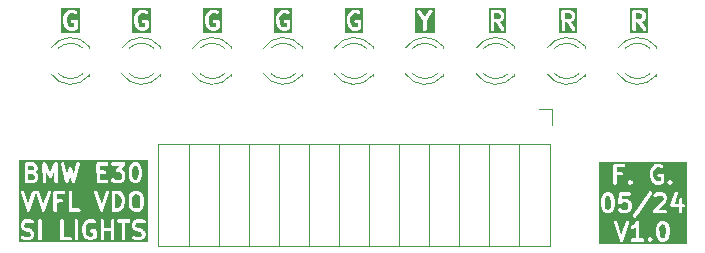
<source format=gto>
G04 #@! TF.GenerationSoftware,KiCad,Pcbnew,8.0.1*
G04 #@! TF.CreationDate,2024-06-04T21:42:42+02:00*
G04 #@! TF.ProjectId,BMW E30 VFL SI Indicator,424d5720-4533-4302-9056-464c20534920,rev?*
G04 #@! TF.SameCoordinates,Original*
G04 #@! TF.FileFunction,Legend,Top*
G04 #@! TF.FilePolarity,Positive*
%FSLAX46Y46*%
G04 Gerber Fmt 4.6, Leading zero omitted, Abs format (unit mm)*
G04 Created by KiCad (PCBNEW 8.0.1) date 2024-06-04 21:42:42*
%MOMM*%
%LPD*%
G01*
G04 APERTURE LIST*
%ADD10C,0.300000*%
%ADD11C,0.120000*%
G04 APERTURE END LIST*
D10*
G36*
X176564466Y-99855680D02*
G01*
X176603132Y-99892671D01*
X176655744Y-99994004D01*
X176720923Y-100245196D01*
X176723312Y-100565432D01*
X176662713Y-100817334D01*
X176608575Y-100929867D01*
X176571584Y-100968532D01*
X176481375Y-101015369D01*
X176408677Y-101016586D01*
X176320103Y-100973975D01*
X176281440Y-100936986D01*
X176228824Y-100835649D01*
X176163647Y-100584460D01*
X176161258Y-100264223D01*
X176221857Y-100012320D01*
X176275994Y-99899789D01*
X176312984Y-99861125D01*
X176403197Y-99814286D01*
X176475893Y-99813069D01*
X176564466Y-99855680D01*
G37*
G36*
X171921610Y-97440764D02*
G01*
X171960276Y-97477755D01*
X172012888Y-97579088D01*
X172078067Y-97830280D01*
X172080456Y-98150516D01*
X172019857Y-98402418D01*
X171965719Y-98514951D01*
X171928728Y-98553616D01*
X171838519Y-98600453D01*
X171765821Y-98601670D01*
X171677247Y-98559059D01*
X171638584Y-98522070D01*
X171585968Y-98420733D01*
X171520791Y-98169544D01*
X171518402Y-97849307D01*
X171579001Y-97597404D01*
X171633138Y-97484873D01*
X171670128Y-97446209D01*
X171760341Y-97399370D01*
X171833037Y-97398153D01*
X171921610Y-97440764D01*
G37*
G36*
X178470356Y-101481495D02*
G01*
X171054191Y-101481495D01*
X171054191Y-99683589D01*
X172293464Y-99683589D01*
X172299984Y-99712262D01*
X172796877Y-101194098D01*
X172797613Y-101204448D01*
X172805916Y-101221055D01*
X172811972Y-101239113D01*
X172818994Y-101247210D01*
X172823787Y-101256795D01*
X172837993Y-101269116D01*
X172850319Y-101283328D01*
X172859906Y-101288121D01*
X172868001Y-101295142D01*
X172885843Y-101301089D01*
X172902667Y-101309501D01*
X172913357Y-101310260D01*
X172923525Y-101313650D01*
X172942281Y-101312317D01*
X172961047Y-101313651D01*
X172971217Y-101310260D01*
X172981906Y-101309501D01*
X172998727Y-101301090D01*
X173016571Y-101295142D01*
X173024667Y-101288119D01*
X173034253Y-101283327D01*
X173046576Y-101269118D01*
X173060785Y-101256795D01*
X173065577Y-101247209D01*
X173072600Y-101239113D01*
X173084588Y-101212262D01*
X173461536Y-100074639D01*
X173722035Y-100074639D01*
X173726184Y-100133019D01*
X173752358Y-100185368D01*
X173796573Y-100223715D01*
X173852096Y-100242222D01*
X173910476Y-100238073D01*
X173937939Y-100227564D01*
X174080481Y-100153554D01*
X174097049Y-100146692D01*
X174102819Y-100141956D01*
X174105682Y-100140470D01*
X174108278Y-100137476D01*
X174119780Y-100128037D01*
X174150242Y-100096806D01*
X174151975Y-101016700D01*
X173841593Y-101017710D01*
X173787521Y-101040108D01*
X173746137Y-101081492D01*
X173723739Y-101135564D01*
X173723739Y-101194092D01*
X173746137Y-101248164D01*
X173787521Y-101289548D01*
X173841593Y-101311946D01*
X173870857Y-101314828D01*
X174757264Y-101311946D01*
X174811336Y-101289548D01*
X174852720Y-101248164D01*
X174875118Y-101194092D01*
X174875118Y-101135564D01*
X174869774Y-101122663D01*
X175152310Y-101122663D01*
X175174707Y-101176735D01*
X175193362Y-101199466D01*
X175287520Y-101289549D01*
X175309917Y-101298825D01*
X175341592Y-101311946D01*
X175400120Y-101311946D01*
X175440687Y-101295142D01*
X175454191Y-101289549D01*
X175454195Y-101289544D01*
X175476921Y-101270895D01*
X175567005Y-101176736D01*
X175567006Y-101176735D01*
X175589403Y-101122663D01*
X175589403Y-101064137D01*
X175567006Y-101010065D01*
X175548351Y-100987334D01*
X175454191Y-100897250D01*
X175422517Y-100884130D01*
X175400120Y-100874853D01*
X175341592Y-100874853D01*
X175319195Y-100884130D01*
X175287521Y-100897250D01*
X175287520Y-100897251D01*
X175264789Y-100915906D01*
X175174729Y-101010042D01*
X175174707Y-101010065D01*
X175152310Y-101064137D01*
X175152310Y-101122663D01*
X174869774Y-101122663D01*
X174852720Y-101081492D01*
X174811336Y-101040108D01*
X174757264Y-101017710D01*
X174728000Y-101014828D01*
X174449147Y-101015734D01*
X174447678Y-100236257D01*
X175863714Y-100236257D01*
X175866310Y-100584430D01*
X175863891Y-100600691D01*
X175866567Y-100618785D01*
X175866596Y-100622664D01*
X175867443Y-100624708D01*
X175868193Y-100629780D01*
X175939450Y-100904400D01*
X175940469Y-100918733D01*
X175948857Y-100940653D01*
X175949514Y-100943185D01*
X175950158Y-100944055D01*
X175950978Y-100946196D01*
X176024987Y-101088738D01*
X176031850Y-101105306D01*
X176036585Y-101111076D01*
X176038072Y-101113939D01*
X176041065Y-101116535D01*
X176050505Y-101128037D01*
X176125660Y-101199938D01*
X176136033Y-101211899D01*
X176142256Y-101215816D01*
X176144665Y-101218121D01*
X176148326Y-101219637D01*
X176160918Y-101227564D01*
X176285443Y-101287470D01*
X176287521Y-101289548D01*
X176303643Y-101296226D01*
X176331239Y-101309502D01*
X176336614Y-101309883D01*
X176341593Y-101311946D01*
X176370857Y-101314828D01*
X176492381Y-101312793D01*
X176494952Y-101313650D01*
X176511521Y-101312472D01*
X176542978Y-101311946D01*
X176547956Y-101309883D01*
X176553332Y-101309502D01*
X176580796Y-101298992D01*
X176723337Y-101224983D01*
X176739906Y-101218121D01*
X176745676Y-101213385D01*
X176748539Y-101211899D01*
X176751135Y-101208905D01*
X176762637Y-101199466D01*
X176834538Y-101124310D01*
X176846499Y-101113938D01*
X176850416Y-101107714D01*
X176852721Y-101105306D01*
X176854237Y-101101644D01*
X176862164Y-101089053D01*
X176927305Y-100953645D01*
X176935056Y-100943186D01*
X176942899Y-100921231D01*
X176944102Y-100918732D01*
X176944178Y-100917650D01*
X176944949Y-100915495D01*
X177011819Y-100637524D01*
X177017975Y-100622664D01*
X177019763Y-100604500D01*
X177020680Y-100600692D01*
X177020354Y-100598503D01*
X177020857Y-100593400D01*
X177018260Y-100245225D01*
X177020680Y-100228965D01*
X177018003Y-100210870D01*
X177017975Y-100206993D01*
X177017128Y-100204948D01*
X177016378Y-100199876D01*
X176945120Y-99925257D01*
X176944102Y-99910924D01*
X176935714Y-99889005D01*
X176935056Y-99886470D01*
X176934409Y-99885597D01*
X176933592Y-99883461D01*
X176859583Y-99740918D01*
X176852720Y-99724349D01*
X176847984Y-99718578D01*
X176846499Y-99715718D01*
X176843507Y-99713123D01*
X176834065Y-99701618D01*
X176758918Y-99629725D01*
X176748539Y-99617758D01*
X176742310Y-99613837D01*
X176739905Y-99611536D01*
X176736248Y-99610021D01*
X176723653Y-99602093D01*
X176599128Y-99542186D01*
X176597050Y-99540108D01*
X176580918Y-99533426D01*
X176553333Y-99520155D01*
X176547958Y-99519773D01*
X176542978Y-99517710D01*
X176513714Y-99514828D01*
X176392188Y-99516862D01*
X176389618Y-99516006D01*
X176373053Y-99517183D01*
X176341593Y-99517710D01*
X176336612Y-99519773D01*
X176331238Y-99520155D01*
X176303774Y-99530664D01*
X176161230Y-99604674D01*
X176144665Y-99611536D01*
X176138894Y-99616271D01*
X176136032Y-99617758D01*
X176133435Y-99620751D01*
X176121935Y-99630190D01*
X176050037Y-99705339D01*
X176038072Y-99715717D01*
X176034153Y-99721942D01*
X176031851Y-99724349D01*
X176030335Y-99728007D01*
X176022407Y-99740603D01*
X175957265Y-99876010D01*
X175949514Y-99886471D01*
X175941670Y-99908425D01*
X175940469Y-99910923D01*
X175940392Y-99912003D01*
X175939621Y-99914162D01*
X175872751Y-100192131D01*
X175866596Y-100206993D01*
X175864807Y-100225158D01*
X175863891Y-100228966D01*
X175864216Y-100231153D01*
X175863714Y-100236257D01*
X174447678Y-100236257D01*
X174446627Y-99678827D01*
X174449428Y-99664670D01*
X174446573Y-99650400D01*
X174446546Y-99635564D01*
X174440862Y-99621843D01*
X174437950Y-99607281D01*
X174429771Y-99595068D01*
X174424148Y-99581492D01*
X174413649Y-99570993D01*
X174405384Y-99558651D01*
X174393153Y-99550497D01*
X174382764Y-99540108D01*
X174369045Y-99534425D01*
X174356685Y-99526185D01*
X174342266Y-99523332D01*
X174328692Y-99517710D01*
X174313841Y-99517710D01*
X174299271Y-99514828D01*
X174284861Y-99517710D01*
X174270164Y-99517710D01*
X174256442Y-99523393D01*
X174241881Y-99526306D01*
X174229668Y-99534484D01*
X174216092Y-99540108D01*
X174205593Y-99550606D01*
X174193251Y-99558872D01*
X174174819Y-99581380D01*
X174174708Y-99581492D01*
X174174687Y-99581542D01*
X174174621Y-99581623D01*
X174048269Y-99775339D01*
X173930300Y-99896286D01*
X173778889Y-99974901D01*
X173740542Y-100019116D01*
X173722035Y-100074639D01*
X173461536Y-100074639D01*
X173591109Y-99683588D01*
X173586959Y-99625208D01*
X173560785Y-99572861D01*
X173516571Y-99534514D01*
X173461047Y-99516005D01*
X173402667Y-99520155D01*
X173350319Y-99546328D01*
X173311972Y-99590543D01*
X173299984Y-99617394D01*
X172942936Y-100694959D01*
X172572600Y-99590543D01*
X172534253Y-99546329D01*
X172481906Y-99520155D01*
X172423525Y-99516006D01*
X172368001Y-99534514D01*
X172323787Y-99572861D01*
X172297613Y-99625208D01*
X172293464Y-99683589D01*
X171054191Y-99683589D01*
X171054191Y-99107213D01*
X173935143Y-99107213D01*
X173946621Y-99164602D01*
X173979187Y-99213232D01*
X174027886Y-99245697D01*
X174085301Y-99257055D01*
X174142690Y-99245577D01*
X174191320Y-99213011D01*
X174209951Y-99190260D01*
X174483279Y-98779175D01*
X175580882Y-98779175D01*
X175603279Y-98833247D01*
X175644665Y-98874633D01*
X175667463Y-98884076D01*
X175698736Y-98897030D01*
X175728000Y-98899912D01*
X176685836Y-98897030D01*
X176739908Y-98874632D01*
X176781292Y-98833248D01*
X176803690Y-98779176D01*
X176803690Y-98720648D01*
X176781292Y-98666576D01*
X176739908Y-98625192D01*
X176685836Y-98602794D01*
X176656572Y-98599912D01*
X176087240Y-98601625D01*
X176455998Y-98231151D01*
X177079178Y-98231151D01*
X177080882Y-98255128D01*
X177080882Y-98279176D01*
X177082944Y-98284156D01*
X177083327Y-98289532D01*
X177094079Y-98311036D01*
X177103280Y-98333248D01*
X177107090Y-98337058D01*
X177109501Y-98341879D01*
X177127662Y-98357630D01*
X177144664Y-98374632D01*
X177149643Y-98376694D01*
X177153715Y-98380226D01*
X177176521Y-98387828D01*
X177198736Y-98397030D01*
X177206387Y-98397783D01*
X177209239Y-98398734D01*
X177213188Y-98398453D01*
X177228000Y-98399912D01*
X177794101Y-98398208D01*
X177795168Y-98779176D01*
X177817566Y-98833248D01*
X177858950Y-98874632D01*
X177913022Y-98897030D01*
X177971550Y-98897030D01*
X178025622Y-98874632D01*
X178067006Y-98833248D01*
X178089404Y-98779176D01*
X178092286Y-98749912D01*
X178091298Y-98397314D01*
X178185835Y-98397030D01*
X178239907Y-98374632D01*
X178281291Y-98333248D01*
X178303689Y-98279176D01*
X178303689Y-98220648D01*
X178281291Y-98166576D01*
X178239907Y-98125192D01*
X178185835Y-98102794D01*
X178156571Y-98099912D01*
X178090466Y-98100110D01*
X178089404Y-97720648D01*
X178067006Y-97666576D01*
X178025622Y-97625192D01*
X177971550Y-97602794D01*
X177913022Y-97602794D01*
X177858950Y-97625192D01*
X177817566Y-97666576D01*
X177795168Y-97720648D01*
X177792286Y-97749912D01*
X177793269Y-98101005D01*
X177434850Y-98102083D01*
X177733965Y-97197245D01*
X177729816Y-97138865D01*
X177703642Y-97086518D01*
X177659428Y-97048170D01*
X177603903Y-97029662D01*
X177545523Y-97033811D01*
X177493176Y-97059985D01*
X177454829Y-97104199D01*
X177442840Y-97131050D01*
X177089636Y-98199513D01*
X177080882Y-98220648D01*
X177080882Y-98225996D01*
X177079178Y-98231151D01*
X176455998Y-98231151D01*
X176672637Y-98013504D01*
X176677109Y-98011269D01*
X176692321Y-97993729D01*
X176709864Y-97976105D01*
X176711927Y-97971123D01*
X176715457Y-97967054D01*
X176727445Y-97940204D01*
X176796302Y-97725583D01*
X176803690Y-97707748D01*
X176804427Y-97700256D01*
X176805394Y-97697245D01*
X176805113Y-97693295D01*
X176806572Y-97678484D01*
X176804537Y-97556957D01*
X176805394Y-97554387D01*
X176804216Y-97537822D01*
X176803690Y-97506362D01*
X176801626Y-97501381D01*
X176801245Y-97496007D01*
X176790736Y-97468543D01*
X176716725Y-97326000D01*
X176709864Y-97309433D01*
X176705127Y-97303661D01*
X176703642Y-97300801D01*
X176700649Y-97298205D01*
X176691209Y-97286703D01*
X176616059Y-97214806D01*
X176605683Y-97202842D01*
X176599457Y-97198923D01*
X176597050Y-97196620D01*
X176593390Y-97195104D01*
X176580797Y-97187177D01*
X176456269Y-97127268D01*
X176454193Y-97125192D01*
X176438075Y-97118515D01*
X176410476Y-97105238D01*
X176405098Y-97104855D01*
X176400121Y-97102794D01*
X176370857Y-97099912D01*
X176036424Y-97102406D01*
X176032476Y-97101090D01*
X176011313Y-97102593D01*
X175984451Y-97102794D01*
X175979473Y-97104855D01*
X175974096Y-97105238D01*
X175946633Y-97115748D01*
X175804090Y-97189757D01*
X175787521Y-97196620D01*
X175781749Y-97201356D01*
X175778889Y-97202842D01*
X175776293Y-97205834D01*
X175764791Y-97215275D01*
X175674708Y-97309434D01*
X175652311Y-97363506D01*
X175652311Y-97422032D01*
X175674708Y-97476104D01*
X175716094Y-97517490D01*
X175770166Y-97539887D01*
X175828692Y-97539887D01*
X175882764Y-97517490D01*
X175905495Y-97498835D01*
X175955843Y-97446208D01*
X176045467Y-97399675D01*
X176331761Y-97397539D01*
X176421611Y-97440765D01*
X176460275Y-97477755D01*
X176507113Y-97567966D01*
X176508472Y-97649120D01*
X176457317Y-97808563D01*
X175603279Y-98666577D01*
X175590576Y-98697246D01*
X175584001Y-98713120D01*
X175580882Y-98720649D01*
X175580882Y-98779175D01*
X174483279Y-98779175D01*
X175509499Y-97235741D01*
X175520857Y-97178326D01*
X175509379Y-97120937D01*
X175476813Y-97072307D01*
X175428114Y-97039842D01*
X175370700Y-97028484D01*
X175313310Y-97039962D01*
X175264680Y-97072528D01*
X175246050Y-97095279D01*
X173946501Y-99049798D01*
X173935143Y-99107213D01*
X171054191Y-99107213D01*
X171054191Y-97821341D01*
X171220858Y-97821341D01*
X171223454Y-98169514D01*
X171221035Y-98185775D01*
X171223711Y-98203869D01*
X171223740Y-98207748D01*
X171224587Y-98209792D01*
X171225337Y-98214864D01*
X171296594Y-98489484D01*
X171297613Y-98503817D01*
X171306001Y-98525737D01*
X171306658Y-98528269D01*
X171307302Y-98529139D01*
X171308122Y-98531280D01*
X171382131Y-98673822D01*
X171388994Y-98690390D01*
X171393729Y-98696160D01*
X171395216Y-98699023D01*
X171398209Y-98701619D01*
X171407649Y-98713121D01*
X171482804Y-98785022D01*
X171493177Y-98796983D01*
X171499400Y-98800900D01*
X171501809Y-98803205D01*
X171505470Y-98804721D01*
X171518062Y-98812648D01*
X171642587Y-98872554D01*
X171644665Y-98874632D01*
X171660787Y-98881310D01*
X171688383Y-98894586D01*
X171693758Y-98894967D01*
X171698737Y-98897030D01*
X171728001Y-98899912D01*
X171849525Y-98897877D01*
X171852096Y-98898734D01*
X171868665Y-98897556D01*
X171900122Y-98897030D01*
X171905100Y-98894967D01*
X171910476Y-98894586D01*
X171937940Y-98884076D01*
X172080481Y-98810067D01*
X172097050Y-98803205D01*
X172102820Y-98798469D01*
X172105683Y-98796983D01*
X172108279Y-98793989D01*
X172119781Y-98784550D01*
X172191682Y-98709394D01*
X172203643Y-98699022D01*
X172207560Y-98692798D01*
X172209865Y-98690390D01*
X172211381Y-98686728D01*
X172219308Y-98674137D01*
X172284449Y-98538729D01*
X172292200Y-98528270D01*
X172300043Y-98506315D01*
X172301246Y-98503816D01*
X172301322Y-98502734D01*
X172302093Y-98500579D01*
X172368963Y-98222608D01*
X172375119Y-98207748D01*
X172376907Y-98189584D01*
X172377824Y-98185776D01*
X172377498Y-98183587D01*
X172378001Y-98178484D01*
X172376511Y-97978678D01*
X172650129Y-97978678D01*
X172652311Y-97985909D01*
X172652311Y-97993462D01*
X172660702Y-98013721D01*
X172667036Y-98034710D01*
X172671817Y-98040554D01*
X172674709Y-98047534D01*
X172690213Y-98063037D01*
X172704097Y-98080007D01*
X172710753Y-98083578D01*
X172716095Y-98088919D01*
X172736349Y-98097308D01*
X172755672Y-98107674D01*
X172763189Y-98108425D01*
X172770167Y-98111316D01*
X172792090Y-98111316D01*
X172813909Y-98113498D01*
X172821140Y-98111316D01*
X172828693Y-98111316D01*
X172848952Y-98102924D01*
X172869941Y-98096591D01*
X172875785Y-98091809D01*
X172882765Y-98088918D01*
X172905496Y-98070263D01*
X172955844Y-98017636D01*
X173045466Y-97971104D01*
X173331762Y-97968968D01*
X173421611Y-98012193D01*
X173460274Y-98049182D01*
X173506808Y-98138808D01*
X173508944Y-98425102D01*
X173465719Y-98514951D01*
X173428730Y-98553614D01*
X173339103Y-98600148D01*
X173052810Y-98602284D01*
X172962959Y-98559059D01*
X172882765Y-98482335D01*
X172828693Y-98459937D01*
X172770167Y-98459937D01*
X172716095Y-98482334D01*
X172674709Y-98523719D01*
X172652311Y-98577791D01*
X172652311Y-98636317D01*
X172674708Y-98690389D01*
X172693362Y-98713120D01*
X172768510Y-98785016D01*
X172778890Y-98796984D01*
X172785115Y-98800902D01*
X172787521Y-98803204D01*
X172791179Y-98804719D01*
X172803776Y-98812648D01*
X172928301Y-98872554D01*
X172930379Y-98874632D01*
X172946501Y-98881310D01*
X172974097Y-98894586D01*
X172979472Y-98894967D01*
X172984451Y-98897030D01*
X173013715Y-98899912D01*
X173348146Y-98897417D01*
X173352095Y-98898734D01*
X173373257Y-98897230D01*
X173400121Y-98897030D01*
X173405099Y-98894967D01*
X173410475Y-98894586D01*
X173437938Y-98884076D01*
X173580478Y-98810068D01*
X173597051Y-98803204D01*
X173602821Y-98798468D01*
X173605682Y-98796983D01*
X173608276Y-98793991D01*
X173619782Y-98784549D01*
X173691677Y-98709399D01*
X173703642Y-98699023D01*
X173707560Y-98692797D01*
X173709864Y-98690390D01*
X173711379Y-98686730D01*
X173719307Y-98674137D01*
X173779213Y-98549612D01*
X173781292Y-98547534D01*
X173787973Y-98531402D01*
X173801245Y-98503817D01*
X173801626Y-98498442D01*
X173803690Y-98493462D01*
X173806572Y-98464198D01*
X173804077Y-98129765D01*
X173805394Y-98125816D01*
X173803890Y-98104658D01*
X173803690Y-98077791D01*
X173801626Y-98072810D01*
X173801245Y-98067436D01*
X173790736Y-98039972D01*
X173716725Y-97897428D01*
X173709864Y-97880863D01*
X173705128Y-97875092D01*
X173703642Y-97872230D01*
X173700648Y-97869633D01*
X173691210Y-97858133D01*
X173616057Y-97786233D01*
X173605682Y-97774270D01*
X173599458Y-97770352D01*
X173597051Y-97768049D01*
X173593391Y-97766533D01*
X173580797Y-97758605D01*
X173456269Y-97698697D01*
X173454193Y-97696621D01*
X173438071Y-97689943D01*
X173410475Y-97676667D01*
X173405099Y-97676285D01*
X173400121Y-97674223D01*
X173370857Y-97671341D01*
X173036426Y-97673835D01*
X173032478Y-97672519D01*
X173011315Y-97674022D01*
X172984451Y-97674223D01*
X172979472Y-97676285D01*
X172977777Y-97676405D01*
X173004399Y-97399394D01*
X173614407Y-97397030D01*
X173668479Y-97374632D01*
X173709863Y-97333248D01*
X173732261Y-97279176D01*
X173732261Y-97220648D01*
X173709863Y-97166576D01*
X173668479Y-97125192D01*
X173614407Y-97102794D01*
X173585143Y-97099912D01*
X172876823Y-97102657D01*
X172856377Y-97100613D01*
X172849246Y-97102764D01*
X172841593Y-97102794D01*
X172821330Y-97111187D01*
X172800345Y-97117519D01*
X172794500Y-97122300D01*
X172787521Y-97125192D01*
X172772015Y-97140697D01*
X172755048Y-97154580D01*
X172751477Y-97161235D01*
X172746137Y-97166576D01*
X172737745Y-97186833D01*
X172727381Y-97206155D01*
X172725166Y-97217202D01*
X172723739Y-97220648D01*
X172723739Y-97224322D01*
X172721601Y-97234987D01*
X172654943Y-97928580D01*
X172652311Y-97934936D01*
X172652311Y-97955973D01*
X172650129Y-97978678D01*
X172376511Y-97978678D01*
X172375404Y-97830309D01*
X172377824Y-97814049D01*
X172375147Y-97795954D01*
X172375119Y-97792077D01*
X172374272Y-97790032D01*
X172373522Y-97784960D01*
X172302264Y-97510341D01*
X172301246Y-97496008D01*
X172292858Y-97474089D01*
X172292200Y-97471554D01*
X172291553Y-97470681D01*
X172290736Y-97468545D01*
X172216727Y-97326002D01*
X172209864Y-97309433D01*
X172205128Y-97303662D01*
X172203643Y-97300802D01*
X172200651Y-97298207D01*
X172191209Y-97286702D01*
X172116062Y-97214809D01*
X172105683Y-97202842D01*
X172099454Y-97198921D01*
X172097049Y-97196620D01*
X172093392Y-97195105D01*
X172080797Y-97187177D01*
X171956272Y-97127270D01*
X171954194Y-97125192D01*
X171938062Y-97118510D01*
X171910477Y-97105239D01*
X171905102Y-97104857D01*
X171900122Y-97102794D01*
X171870858Y-97099912D01*
X171749332Y-97101946D01*
X171746762Y-97101090D01*
X171730197Y-97102267D01*
X171698737Y-97102794D01*
X171693756Y-97104857D01*
X171688382Y-97105239D01*
X171660918Y-97115748D01*
X171518374Y-97189758D01*
X171501809Y-97196620D01*
X171496038Y-97201355D01*
X171493176Y-97202842D01*
X171490579Y-97205835D01*
X171479079Y-97215274D01*
X171407181Y-97290423D01*
X171395216Y-97300801D01*
X171391297Y-97307026D01*
X171388995Y-97309433D01*
X171387479Y-97313091D01*
X171379551Y-97325687D01*
X171314409Y-97461094D01*
X171306658Y-97471555D01*
X171298814Y-97493509D01*
X171297613Y-97496007D01*
X171297536Y-97497087D01*
X171296765Y-97499246D01*
X171229895Y-97777215D01*
X171223740Y-97792077D01*
X171221951Y-97810242D01*
X171221035Y-97814050D01*
X171221360Y-97816237D01*
X171220858Y-97821341D01*
X171054191Y-97821341D01*
X171054191Y-94834996D01*
X172256571Y-94834996D01*
X172259453Y-96364260D01*
X172281851Y-96418332D01*
X172323235Y-96459716D01*
X172377307Y-96482114D01*
X172435835Y-96482114D01*
X172489907Y-96459716D01*
X172531291Y-96418332D01*
X172553689Y-96364260D01*
X172556571Y-96334996D01*
X172556492Y-96292831D01*
X173473739Y-96292831D01*
X173496136Y-96346903D01*
X173514791Y-96369634D01*
X173608949Y-96459717D01*
X173631346Y-96468993D01*
X173663021Y-96482114D01*
X173721549Y-96482114D01*
X173759783Y-96466276D01*
X173775620Y-96459717D01*
X173775624Y-96459712D01*
X173798350Y-96441063D01*
X173888434Y-96346904D01*
X173888435Y-96346903D01*
X173910832Y-96292831D01*
X173910832Y-96234305D01*
X173888435Y-96180233D01*
X173869780Y-96157502D01*
X173775620Y-96067418D01*
X173742325Y-96053627D01*
X173721549Y-96045021D01*
X173663021Y-96045021D01*
X173642245Y-96053627D01*
X173608950Y-96067418D01*
X173608949Y-96067419D01*
X173586218Y-96086074D01*
X173496158Y-96180210D01*
X173496136Y-96180233D01*
X173473739Y-96234305D01*
X173473739Y-96292831D01*
X172556492Y-96292831D01*
X172555371Y-95698471D01*
X172935835Y-95696400D01*
X172989907Y-95674002D01*
X173031291Y-95632618D01*
X173053689Y-95578546D01*
X173053689Y-95520018D01*
X173036223Y-95477853D01*
X175328000Y-95477853D01*
X175330441Y-95684210D01*
X175328177Y-95699430D01*
X175330834Y-95717400D01*
X175330882Y-95721403D01*
X175331729Y-95723447D01*
X175332479Y-95728519D01*
X175403736Y-96003139D01*
X175404755Y-96017472D01*
X175413143Y-96039392D01*
X175413800Y-96041924D01*
X175414444Y-96042794D01*
X175415264Y-96044935D01*
X175489274Y-96187478D01*
X175496136Y-96204045D01*
X175500871Y-96209815D01*
X175502358Y-96212678D01*
X175505351Y-96215274D01*
X175514791Y-96226776D01*
X175643708Y-96352521D01*
X175645215Y-96355535D01*
X175659500Y-96367925D01*
X175680378Y-96388289D01*
X175685357Y-96390351D01*
X175689429Y-96393883D01*
X175716280Y-96405871D01*
X175930909Y-96474729D01*
X175948736Y-96482114D01*
X175956224Y-96482851D01*
X175959240Y-96483819D01*
X175963194Y-96483537D01*
X175978000Y-96484996D01*
X176122207Y-96482581D01*
X176139617Y-96483819D01*
X176146876Y-96482168D01*
X176150121Y-96482114D01*
X176153778Y-96480598D01*
X176168291Y-96477299D01*
X176360854Y-96410686D01*
X176364407Y-96410686D01*
X176382401Y-96403232D01*
X176409428Y-96393883D01*
X176413501Y-96390349D01*
X176418479Y-96388288D01*
X176441210Y-96369633D01*
X176514687Y-96292831D01*
X176830882Y-96292831D01*
X176853279Y-96346903D01*
X176871934Y-96369634D01*
X176966092Y-96459717D01*
X176988489Y-96468993D01*
X177020164Y-96482114D01*
X177078692Y-96482114D01*
X177116926Y-96466276D01*
X177132763Y-96459717D01*
X177132767Y-96459712D01*
X177155493Y-96441063D01*
X177245577Y-96346904D01*
X177245578Y-96346903D01*
X177267975Y-96292831D01*
X177267975Y-96234305D01*
X177245578Y-96180233D01*
X177226923Y-96157502D01*
X177132763Y-96067418D01*
X177099468Y-96053627D01*
X177078692Y-96045021D01*
X177020164Y-96045021D01*
X176999388Y-96053627D01*
X176966093Y-96067418D01*
X176966092Y-96067419D01*
X176943361Y-96086074D01*
X176853301Y-96180210D01*
X176853279Y-96180233D01*
X176830882Y-96234305D01*
X176830882Y-96292831D01*
X176514687Y-96292831D01*
X176531292Y-96275474D01*
X176548344Y-96234306D01*
X176553689Y-96221403D01*
X176556571Y-96192139D01*
X176553689Y-95662875D01*
X176531291Y-95608803D01*
X176489907Y-95567419D01*
X176435835Y-95545021D01*
X176406571Y-95542139D01*
X176091593Y-95545021D01*
X176037521Y-95567419D01*
X175996137Y-95608803D01*
X175973739Y-95662875D01*
X175973739Y-95721403D01*
X175996137Y-95775475D01*
X176037521Y-95816859D01*
X176091593Y-95839257D01*
X176120857Y-95842139D01*
X176257380Y-95840889D01*
X176258952Y-96129506D01*
X176256512Y-96132056D01*
X176102592Y-96185301D01*
X176007365Y-96186896D01*
X175847250Y-96135527D01*
X175746541Y-96037295D01*
X175693110Y-95934388D01*
X175627892Y-95683041D01*
X175625783Y-95504828D01*
X175686143Y-95253917D01*
X175740026Y-95141914D01*
X175840989Y-95038404D01*
X175995993Y-94984783D01*
X176153797Y-94982915D01*
X176295524Y-95051098D01*
X176353904Y-95055247D01*
X176409426Y-95036740D01*
X176453642Y-94998393D01*
X176479816Y-94946044D01*
X176483965Y-94887664D01*
X176465457Y-94832141D01*
X176427111Y-94787926D01*
X176402225Y-94772261D01*
X176277700Y-94712354D01*
X176275622Y-94710276D01*
X176259490Y-94703594D01*
X176231905Y-94690323D01*
X176226530Y-94689941D01*
X176221550Y-94687878D01*
X176192286Y-94684996D01*
X175978294Y-94687528D01*
X175959239Y-94686174D01*
X175951910Y-94687840D01*
X175948736Y-94687878D01*
X175945074Y-94689394D01*
X175930565Y-94692694D01*
X175738005Y-94759307D01*
X175734451Y-94759307D01*
X175716442Y-94766766D01*
X175689429Y-94776111D01*
X175685359Y-94779640D01*
X175680378Y-94781704D01*
X175657648Y-94800359D01*
X175516626Y-94944939D01*
X175502358Y-94957314D01*
X175498357Y-94963669D01*
X175496136Y-94965947D01*
X175494620Y-94969606D01*
X175486693Y-94982200D01*
X175421550Y-95117607D01*
X175413800Y-95128068D01*
X175405956Y-95150022D01*
X175404755Y-95152520D01*
X175404678Y-95153600D01*
X175403907Y-95155759D01*
X175337038Y-95433727D01*
X175330882Y-95448589D01*
X175329093Y-95466754D01*
X175328177Y-95470562D01*
X175328502Y-95472749D01*
X175328000Y-95477853D01*
X173036223Y-95477853D01*
X173031291Y-95465946D01*
X172989907Y-95424562D01*
X172935835Y-95402164D01*
X172906571Y-95399282D01*
X172554811Y-95401197D01*
X172554025Y-94984424D01*
X173150121Y-94982114D01*
X173204193Y-94959716D01*
X173245577Y-94918332D01*
X173267975Y-94864260D01*
X173267975Y-94805732D01*
X173245577Y-94751660D01*
X173204193Y-94710276D01*
X173150121Y-94687878D01*
X173120857Y-94684996D01*
X172377307Y-94687878D01*
X172323235Y-94710276D01*
X172281851Y-94751660D01*
X172259453Y-94805732D01*
X172256571Y-94834996D01*
X171054191Y-94834996D01*
X171054191Y-94518329D01*
X178470356Y-94518329D01*
X178470356Y-101481495D01*
G37*
G36*
X130416317Y-97322380D02*
G01*
X130517029Y-97420613D01*
X130570459Y-97523518D01*
X130635677Y-97774866D01*
X130637786Y-97953079D01*
X130577426Y-98203990D01*
X130523543Y-98315994D01*
X130422583Y-98419503D01*
X130267806Y-98473044D01*
X130078147Y-98474459D01*
X130075880Y-97271812D01*
X130254548Y-97270479D01*
X130416317Y-97322380D01*
G37*
G36*
X132050080Y-97313510D02*
G01*
X132149667Y-97410645D01*
X132207047Y-97631781D01*
X132209566Y-98094476D01*
X132152962Y-98329771D01*
X132059297Y-98425801D01*
X131967999Y-98473203D01*
X131753001Y-98475170D01*
X131663915Y-98432313D01*
X131564330Y-98335179D01*
X131506950Y-98114043D01*
X131504431Y-97651347D01*
X131561034Y-97416053D01*
X131654700Y-97320024D01*
X131746000Y-97272620D01*
X131960996Y-97270653D01*
X132050080Y-97313510D01*
G37*
G36*
X123202696Y-95621963D02*
G01*
X123232131Y-95650124D01*
X123278806Y-95740022D01*
X123280508Y-95883793D01*
X123237575Y-95973035D01*
X123200584Y-96011700D01*
X123111126Y-96058147D01*
X122721006Y-96060019D01*
X122720085Y-95571471D01*
X123039888Y-95569730D01*
X123202696Y-95621963D01*
G37*
G36*
X123122039Y-94898849D02*
G01*
X123160703Y-94935839D01*
X123207541Y-95026050D01*
X123208758Y-95098747D01*
X123166147Y-95187320D01*
X123129157Y-95225984D01*
X123039656Y-95272454D01*
X122719525Y-95274197D01*
X122718739Y-94857193D01*
X123031906Y-94855487D01*
X123122039Y-94898849D01*
G37*
G36*
X131907752Y-94898848D02*
G01*
X131946418Y-94935839D01*
X131999030Y-95037172D01*
X132064209Y-95288364D01*
X132066598Y-95608600D01*
X132005999Y-95860502D01*
X131951861Y-95973035D01*
X131914870Y-96011700D01*
X131824661Y-96058537D01*
X131751963Y-96059754D01*
X131663389Y-96017143D01*
X131624726Y-95980154D01*
X131572110Y-95878817D01*
X131506933Y-95627628D01*
X131504544Y-95307391D01*
X131565143Y-95055488D01*
X131619280Y-94942957D01*
X131656270Y-94904293D01*
X131746483Y-94857454D01*
X131819179Y-94856237D01*
X131907752Y-94898848D01*
G37*
G36*
X132816525Y-101354495D02*
G01*
X121897476Y-101354495D01*
X121897476Y-99823542D01*
X122064143Y-99823542D01*
X122066177Y-99945067D01*
X122065321Y-99947638D01*
X122066498Y-99964207D01*
X122067025Y-99995664D01*
X122069087Y-100000642D01*
X122069469Y-100006018D01*
X122079979Y-100033482D01*
X122153988Y-100176025D01*
X122160851Y-100192593D01*
X122165585Y-100198361D01*
X122167072Y-100201225D01*
X122170066Y-100203821D01*
X122179506Y-100215324D01*
X122254655Y-100287219D01*
X122265032Y-100299184D01*
X122271257Y-100303102D01*
X122273665Y-100305406D01*
X122277324Y-100306921D01*
X122289918Y-100314849D01*
X122425325Y-100379991D01*
X122435786Y-100387742D01*
X122457740Y-100395585D01*
X122460238Y-100396787D01*
X122461318Y-100396863D01*
X122463477Y-100397635D01*
X122723791Y-100460257D01*
X122836326Y-100514395D01*
X122874988Y-100551384D01*
X122921827Y-100641597D01*
X122923044Y-100714293D01*
X122880433Y-100802867D01*
X122843444Y-100841530D01*
X122753817Y-100888064D01*
X122459453Y-100890260D01*
X122232903Y-100817577D01*
X122174523Y-100821727D01*
X122122176Y-100847901D01*
X122083828Y-100892115D01*
X122065320Y-100947640D01*
X122069470Y-101006020D01*
X122095644Y-101058367D01*
X122139858Y-101096715D01*
X122166709Y-101108703D01*
X122381338Y-101177561D01*
X122399165Y-101184946D01*
X122406653Y-101185683D01*
X122409669Y-101186651D01*
X122413623Y-101186369D01*
X122428429Y-101187828D01*
X122762860Y-101185333D01*
X122766809Y-101186650D01*
X122787971Y-101185146D01*
X122814835Y-101184946D01*
X122819813Y-101182883D01*
X122825189Y-101182502D01*
X122852652Y-101171992D01*
X122995192Y-101097984D01*
X123011765Y-101091120D01*
X123017535Y-101086384D01*
X123020396Y-101084899D01*
X123022990Y-101081907D01*
X123034496Y-101072465D01*
X123106391Y-100997315D01*
X123118356Y-100986939D01*
X123122274Y-100980713D01*
X123124578Y-100978306D01*
X123126093Y-100974646D01*
X123134021Y-100962053D01*
X123193927Y-100837528D01*
X123196006Y-100835450D01*
X123202687Y-100819318D01*
X123215959Y-100791733D01*
X123216340Y-100786358D01*
X123218404Y-100781378D01*
X123221286Y-100752114D01*
X123219251Y-100630588D01*
X123220108Y-100628018D01*
X123218930Y-100611453D01*
X123218404Y-100579993D01*
X123216340Y-100575012D01*
X123215959Y-100569638D01*
X123205450Y-100542174D01*
X123131439Y-100399630D01*
X123124578Y-100383065D01*
X123119842Y-100377294D01*
X123118356Y-100374432D01*
X123115362Y-100371835D01*
X123105924Y-100360335D01*
X123030774Y-100288437D01*
X123020397Y-100276472D01*
X123014171Y-100272553D01*
X123011765Y-100270251D01*
X123008106Y-100268735D01*
X122995511Y-100260807D01*
X122860099Y-100195662D01*
X122849642Y-100187914D01*
X122827695Y-100180073D01*
X122825190Y-100178868D01*
X122824106Y-100178791D01*
X122821951Y-100178021D01*
X122561635Y-100115398D01*
X122449103Y-100061261D01*
X122410438Y-100024270D01*
X122363601Y-99934061D01*
X122362384Y-99861362D01*
X122404995Y-99772788D01*
X122441984Y-99734125D01*
X122531610Y-99687591D01*
X122825978Y-99685395D01*
X123052525Y-99758079D01*
X123110905Y-99753930D01*
X123163252Y-99727756D01*
X123201600Y-99683542D01*
X123220108Y-99628018D01*
X123215959Y-99569638D01*
X123200054Y-99537828D01*
X123564142Y-99537828D01*
X123567024Y-101067092D01*
X123589422Y-101121164D01*
X123630806Y-101162548D01*
X123684878Y-101184946D01*
X123743406Y-101184946D01*
X123797478Y-101162548D01*
X123838862Y-101121164D01*
X123861260Y-101067092D01*
X123864142Y-101037828D01*
X123861315Y-99537828D01*
X125421285Y-99537828D01*
X125424167Y-101067092D01*
X125446565Y-101121164D01*
X125487949Y-101162548D01*
X125542021Y-101184946D01*
X125571285Y-101187828D01*
X126314835Y-101184946D01*
X126368907Y-101162548D01*
X126410291Y-101121164D01*
X126432689Y-101067092D01*
X126432689Y-101008564D01*
X126410291Y-100954492D01*
X126368907Y-100913108D01*
X126314835Y-100890710D01*
X126285571Y-100887828D01*
X125721006Y-100890016D01*
X125718458Y-99537828D01*
X126635571Y-99537828D01*
X126638453Y-101067092D01*
X126660851Y-101121164D01*
X126702235Y-101162548D01*
X126756307Y-101184946D01*
X126814835Y-101184946D01*
X126868907Y-101162548D01*
X126910291Y-101121164D01*
X126932689Y-101067092D01*
X126935571Y-101037828D01*
X126933956Y-100180685D01*
X127278429Y-100180685D01*
X127280870Y-100387042D01*
X127278606Y-100402262D01*
X127281263Y-100420232D01*
X127281311Y-100424235D01*
X127282158Y-100426279D01*
X127282908Y-100431351D01*
X127354165Y-100705971D01*
X127355184Y-100720304D01*
X127363572Y-100742224D01*
X127364229Y-100744756D01*
X127364873Y-100745626D01*
X127365693Y-100747767D01*
X127439703Y-100890310D01*
X127446565Y-100906877D01*
X127451300Y-100912647D01*
X127452787Y-100915510D01*
X127455780Y-100918106D01*
X127465220Y-100929608D01*
X127594137Y-101055353D01*
X127595644Y-101058367D01*
X127609929Y-101070757D01*
X127630807Y-101091121D01*
X127635786Y-101093183D01*
X127639858Y-101096715D01*
X127666709Y-101108703D01*
X127881338Y-101177561D01*
X127899165Y-101184946D01*
X127906653Y-101185683D01*
X127909669Y-101186651D01*
X127913623Y-101186369D01*
X127928429Y-101187828D01*
X128072636Y-101185413D01*
X128090046Y-101186651D01*
X128097305Y-101185000D01*
X128100550Y-101184946D01*
X128104207Y-101183430D01*
X128118720Y-101180131D01*
X128311283Y-101113518D01*
X128314836Y-101113518D01*
X128332830Y-101106064D01*
X128359857Y-101096715D01*
X128363930Y-101093181D01*
X128368908Y-101091120D01*
X128391639Y-101072465D01*
X128481721Y-100978306D01*
X128501892Y-100929608D01*
X128504118Y-100924235D01*
X128507000Y-100894971D01*
X128504118Y-100365707D01*
X128481720Y-100311635D01*
X128440336Y-100270251D01*
X128386264Y-100247853D01*
X128357000Y-100244971D01*
X128042022Y-100247853D01*
X127987950Y-100270251D01*
X127946566Y-100311635D01*
X127924168Y-100365707D01*
X127924168Y-100424235D01*
X127946566Y-100478307D01*
X127987950Y-100519691D01*
X128042022Y-100542089D01*
X128071286Y-100544971D01*
X128207809Y-100543721D01*
X128209381Y-100832338D01*
X128206941Y-100834888D01*
X128053021Y-100888133D01*
X127957794Y-100889728D01*
X127797679Y-100838359D01*
X127696970Y-100740127D01*
X127643539Y-100637220D01*
X127578321Y-100385873D01*
X127576212Y-100207660D01*
X127636572Y-99956749D01*
X127690455Y-99844746D01*
X127791418Y-99741236D01*
X127946422Y-99687615D01*
X128104226Y-99685747D01*
X128245953Y-99753930D01*
X128304333Y-99758079D01*
X128359855Y-99739572D01*
X128404071Y-99701225D01*
X128430245Y-99648876D01*
X128434394Y-99590496D01*
X128416838Y-99537828D01*
X128849857Y-99537828D01*
X128852739Y-101067092D01*
X128875137Y-101121164D01*
X128916521Y-101162548D01*
X128970593Y-101184946D01*
X129029121Y-101184946D01*
X129083193Y-101162548D01*
X129124577Y-101121164D01*
X129146975Y-101067092D01*
X129149857Y-101037828D01*
X129148658Y-100401630D01*
X129708624Y-100399809D01*
X129709882Y-101067092D01*
X129732280Y-101121164D01*
X129773664Y-101162548D01*
X129827736Y-101184946D01*
X129886264Y-101184946D01*
X129940336Y-101162548D01*
X129981720Y-101121164D01*
X130004118Y-101067092D01*
X130007000Y-101037828D01*
X130004228Y-99567092D01*
X130209883Y-99567092D01*
X130232281Y-99621164D01*
X130273665Y-99662548D01*
X130327737Y-99684946D01*
X130357001Y-99687828D01*
X130635852Y-99686921D01*
X130638454Y-101067092D01*
X130660852Y-101121164D01*
X130702236Y-101162548D01*
X130756308Y-101184946D01*
X130814836Y-101184946D01*
X130868908Y-101162548D01*
X130910292Y-101121164D01*
X130932690Y-101067092D01*
X130935572Y-101037828D01*
X130933283Y-99823542D01*
X131492715Y-99823542D01*
X131494749Y-99945067D01*
X131493893Y-99947638D01*
X131495070Y-99964207D01*
X131495597Y-99995664D01*
X131497659Y-100000642D01*
X131498041Y-100006018D01*
X131508551Y-100033482D01*
X131582560Y-100176025D01*
X131589423Y-100192593D01*
X131594157Y-100198361D01*
X131595644Y-100201225D01*
X131598638Y-100203821D01*
X131608078Y-100215324D01*
X131683227Y-100287219D01*
X131693604Y-100299184D01*
X131699829Y-100303102D01*
X131702237Y-100305406D01*
X131705896Y-100306921D01*
X131718490Y-100314849D01*
X131853897Y-100379991D01*
X131864358Y-100387742D01*
X131886312Y-100395585D01*
X131888810Y-100396787D01*
X131889890Y-100396863D01*
X131892049Y-100397635D01*
X132152363Y-100460257D01*
X132264898Y-100514395D01*
X132303560Y-100551384D01*
X132350399Y-100641597D01*
X132351616Y-100714293D01*
X132309005Y-100802867D01*
X132272016Y-100841530D01*
X132182389Y-100888064D01*
X131888025Y-100890260D01*
X131661475Y-100817577D01*
X131603095Y-100821727D01*
X131550748Y-100847901D01*
X131512400Y-100892115D01*
X131493892Y-100947640D01*
X131498042Y-101006020D01*
X131524216Y-101058367D01*
X131568430Y-101096715D01*
X131595281Y-101108703D01*
X131809910Y-101177561D01*
X131827737Y-101184946D01*
X131835225Y-101185683D01*
X131838241Y-101186651D01*
X131842195Y-101186369D01*
X131857001Y-101187828D01*
X132191432Y-101185333D01*
X132195381Y-101186650D01*
X132216543Y-101185146D01*
X132243407Y-101184946D01*
X132248385Y-101182883D01*
X132253761Y-101182502D01*
X132281224Y-101171992D01*
X132423764Y-101097984D01*
X132440337Y-101091120D01*
X132446107Y-101086384D01*
X132448968Y-101084899D01*
X132451562Y-101081907D01*
X132463068Y-101072465D01*
X132534963Y-100997315D01*
X132546928Y-100986939D01*
X132550846Y-100980713D01*
X132553150Y-100978306D01*
X132554665Y-100974646D01*
X132562593Y-100962053D01*
X132622499Y-100837528D01*
X132624578Y-100835450D01*
X132631259Y-100819318D01*
X132644531Y-100791733D01*
X132644912Y-100786358D01*
X132646976Y-100781378D01*
X132649858Y-100752114D01*
X132647823Y-100630588D01*
X132648680Y-100628018D01*
X132647502Y-100611453D01*
X132646976Y-100579993D01*
X132644912Y-100575012D01*
X132644531Y-100569638D01*
X132634022Y-100542174D01*
X132560011Y-100399630D01*
X132553150Y-100383065D01*
X132548414Y-100377294D01*
X132546928Y-100374432D01*
X132543934Y-100371835D01*
X132534496Y-100360335D01*
X132459346Y-100288437D01*
X132448969Y-100276472D01*
X132442743Y-100272553D01*
X132440337Y-100270251D01*
X132436678Y-100268735D01*
X132424083Y-100260807D01*
X132288671Y-100195662D01*
X132278214Y-100187914D01*
X132256267Y-100180073D01*
X132253762Y-100178868D01*
X132252678Y-100178791D01*
X132250523Y-100178021D01*
X131990207Y-100115398D01*
X131877675Y-100061261D01*
X131839010Y-100024270D01*
X131792173Y-99934061D01*
X131790956Y-99861362D01*
X131833567Y-99772788D01*
X131870556Y-99734125D01*
X131960182Y-99687591D01*
X132254550Y-99685395D01*
X132481097Y-99758079D01*
X132539477Y-99753930D01*
X132591824Y-99727756D01*
X132630172Y-99683542D01*
X132648680Y-99628018D01*
X132644531Y-99569638D01*
X132618357Y-99517290D01*
X132574143Y-99478943D01*
X132547292Y-99466954D01*
X132332670Y-99398097D01*
X132314836Y-99390710D01*
X132307344Y-99389972D01*
X132304333Y-99389006D01*
X132300383Y-99389286D01*
X132285572Y-99387828D01*
X131951139Y-99390322D01*
X131947190Y-99389006D01*
X131926032Y-99390509D01*
X131899165Y-99390710D01*
X131894184Y-99392773D01*
X131888810Y-99393155D01*
X131861346Y-99403664D01*
X131718802Y-99477674D01*
X131702237Y-99484536D01*
X131696466Y-99489271D01*
X131693604Y-99490758D01*
X131691007Y-99493751D01*
X131679507Y-99503190D01*
X131607609Y-99578339D01*
X131595644Y-99588717D01*
X131591725Y-99594942D01*
X131589423Y-99597349D01*
X131587907Y-99601007D01*
X131579979Y-99613603D01*
X131520072Y-99738128D01*
X131517995Y-99740206D01*
X131511316Y-99756328D01*
X131498041Y-99783924D01*
X131497659Y-99789299D01*
X131495597Y-99794278D01*
X131492715Y-99823542D01*
X130933283Y-99823542D01*
X130933024Y-99685955D01*
X131243408Y-99684946D01*
X131297480Y-99662548D01*
X131338864Y-99621164D01*
X131361262Y-99567092D01*
X131361262Y-99508564D01*
X131338864Y-99454492D01*
X131297480Y-99413108D01*
X131243408Y-99390710D01*
X131214144Y-99387828D01*
X130327737Y-99390710D01*
X130273665Y-99413108D01*
X130232281Y-99454492D01*
X130209883Y-99508564D01*
X130209883Y-99567092D01*
X130004228Y-99567092D01*
X130004118Y-99508564D01*
X129981720Y-99454492D01*
X129940336Y-99413108D01*
X129886264Y-99390710D01*
X129827736Y-99390710D01*
X129773664Y-99413108D01*
X129732280Y-99454492D01*
X129709882Y-99508564D01*
X129707000Y-99537828D01*
X129708064Y-100102598D01*
X129148097Y-100104418D01*
X129146975Y-99508564D01*
X129124577Y-99454492D01*
X129083193Y-99413108D01*
X129029121Y-99390710D01*
X128970593Y-99390710D01*
X128916521Y-99413108D01*
X128875137Y-99454492D01*
X128852739Y-99508564D01*
X128849857Y-99537828D01*
X128416838Y-99537828D01*
X128415886Y-99534973D01*
X128377540Y-99490758D01*
X128352654Y-99475093D01*
X128228129Y-99415186D01*
X128226051Y-99413108D01*
X128209919Y-99406426D01*
X128182334Y-99393155D01*
X128176959Y-99392773D01*
X128171979Y-99390710D01*
X128142715Y-99387828D01*
X127928723Y-99390360D01*
X127909668Y-99389006D01*
X127902339Y-99390672D01*
X127899165Y-99390710D01*
X127895503Y-99392226D01*
X127880994Y-99395526D01*
X127688434Y-99462139D01*
X127684880Y-99462139D01*
X127666871Y-99469598D01*
X127639858Y-99478943D01*
X127635788Y-99482472D01*
X127630807Y-99484536D01*
X127608077Y-99503191D01*
X127467055Y-99647771D01*
X127452787Y-99660146D01*
X127448786Y-99666501D01*
X127446565Y-99668779D01*
X127445049Y-99672438D01*
X127437122Y-99685032D01*
X127371979Y-99820439D01*
X127364229Y-99830900D01*
X127356385Y-99852854D01*
X127355184Y-99855352D01*
X127355107Y-99856432D01*
X127354336Y-99858591D01*
X127287467Y-100136559D01*
X127281311Y-100151421D01*
X127279522Y-100169586D01*
X127278606Y-100173394D01*
X127278931Y-100175581D01*
X127278429Y-100180685D01*
X126933956Y-100180685D01*
X126932689Y-99508564D01*
X126910291Y-99454492D01*
X126868907Y-99413108D01*
X126814835Y-99390710D01*
X126756307Y-99390710D01*
X126702235Y-99413108D01*
X126660851Y-99454492D01*
X126638453Y-99508564D01*
X126635571Y-99537828D01*
X125718458Y-99537828D01*
X125718403Y-99508564D01*
X125696005Y-99454492D01*
X125654621Y-99413108D01*
X125600549Y-99390710D01*
X125542021Y-99390710D01*
X125487949Y-99413108D01*
X125446565Y-99454492D01*
X125424167Y-99508564D01*
X125421285Y-99537828D01*
X123861315Y-99537828D01*
X123861260Y-99508564D01*
X123838862Y-99454492D01*
X123797478Y-99413108D01*
X123743406Y-99390710D01*
X123684878Y-99390710D01*
X123630806Y-99413108D01*
X123589422Y-99454492D01*
X123567024Y-99508564D01*
X123564142Y-99537828D01*
X123200054Y-99537828D01*
X123189785Y-99517290D01*
X123145571Y-99478943D01*
X123118720Y-99466954D01*
X122904098Y-99398097D01*
X122886264Y-99390710D01*
X122878772Y-99389972D01*
X122875761Y-99389006D01*
X122871811Y-99389286D01*
X122857000Y-99387828D01*
X122522567Y-99390322D01*
X122518618Y-99389006D01*
X122497460Y-99390509D01*
X122470593Y-99390710D01*
X122465612Y-99392773D01*
X122460238Y-99393155D01*
X122432774Y-99403664D01*
X122290230Y-99477674D01*
X122273665Y-99484536D01*
X122267894Y-99489271D01*
X122265032Y-99490758D01*
X122262435Y-99493751D01*
X122250935Y-99503190D01*
X122179037Y-99578339D01*
X122167072Y-99588717D01*
X122163153Y-99594942D01*
X122160851Y-99597349D01*
X122159335Y-99601007D01*
X122151407Y-99613603D01*
X122091500Y-99738128D01*
X122089423Y-99740206D01*
X122082744Y-99756328D01*
X122069469Y-99783924D01*
X122069087Y-99789299D01*
X122067025Y-99794278D01*
X122064143Y-99823542D01*
X121897476Y-99823542D01*
X121897476Y-97141673D01*
X122065321Y-97141673D01*
X122071841Y-97170346D01*
X122568734Y-98652182D01*
X122569470Y-98662532D01*
X122577773Y-98679139D01*
X122583829Y-98697197D01*
X122590851Y-98705294D01*
X122595644Y-98714879D01*
X122609850Y-98727200D01*
X122622176Y-98741412D01*
X122631763Y-98746205D01*
X122639858Y-98753226D01*
X122657700Y-98759173D01*
X122674524Y-98767585D01*
X122685214Y-98768344D01*
X122695382Y-98771734D01*
X122714138Y-98770401D01*
X122732904Y-98771735D01*
X122743074Y-98768344D01*
X122753763Y-98767585D01*
X122770584Y-98759174D01*
X122788428Y-98753226D01*
X122796524Y-98746203D01*
X122806110Y-98741411D01*
X122818433Y-98727202D01*
X122832642Y-98714879D01*
X122837434Y-98705293D01*
X122844457Y-98697197D01*
X122856445Y-98670346D01*
X123355890Y-97163025D01*
X123357555Y-97170346D01*
X123854448Y-98652182D01*
X123855184Y-98662532D01*
X123863487Y-98679139D01*
X123869543Y-98697197D01*
X123876565Y-98705294D01*
X123881358Y-98714879D01*
X123895564Y-98727200D01*
X123907890Y-98741412D01*
X123917477Y-98746205D01*
X123925572Y-98753226D01*
X123943414Y-98759173D01*
X123960238Y-98767585D01*
X123970928Y-98768344D01*
X123981096Y-98771734D01*
X123999852Y-98770401D01*
X124018618Y-98771735D01*
X124028788Y-98768344D01*
X124039477Y-98767585D01*
X124056298Y-98759174D01*
X124074142Y-98753226D01*
X124082238Y-98746203D01*
X124091824Y-98741411D01*
X124104147Y-98727202D01*
X124118356Y-98714879D01*
X124123148Y-98705293D01*
X124130171Y-98697197D01*
X124142159Y-98670346D01*
X124648680Y-97141672D01*
X124647346Y-97122912D01*
X124849856Y-97122912D01*
X124852738Y-98652176D01*
X124875136Y-98706248D01*
X124916520Y-98747632D01*
X124970592Y-98770030D01*
X125029120Y-98770030D01*
X125083192Y-98747632D01*
X125124576Y-98706248D01*
X125146974Y-98652176D01*
X125149856Y-98622912D01*
X125148656Y-97986387D01*
X125529120Y-97984316D01*
X125583192Y-97961918D01*
X125624576Y-97920534D01*
X125646974Y-97866462D01*
X125646974Y-97807934D01*
X125624576Y-97753862D01*
X125583192Y-97712478D01*
X125529120Y-97690080D01*
X125499856Y-97687198D01*
X125148096Y-97689113D01*
X125147310Y-97272340D01*
X125743406Y-97270030D01*
X125797478Y-97247632D01*
X125838862Y-97206248D01*
X125861260Y-97152176D01*
X125861260Y-97122912D01*
X126135570Y-97122912D01*
X126138452Y-98652176D01*
X126160850Y-98706248D01*
X126202234Y-98747632D01*
X126256306Y-98770030D01*
X126285570Y-98772912D01*
X127029120Y-98770030D01*
X127083192Y-98747632D01*
X127124576Y-98706248D01*
X127146974Y-98652176D01*
X127146974Y-98593648D01*
X127124576Y-98539576D01*
X127083192Y-98498192D01*
X127029120Y-98475794D01*
X126999856Y-98472912D01*
X126435291Y-98475100D01*
X126432778Y-97141673D01*
X128279606Y-97141673D01*
X128286126Y-97170346D01*
X128783019Y-98652182D01*
X128783755Y-98662532D01*
X128792058Y-98679139D01*
X128798114Y-98697197D01*
X128805136Y-98705294D01*
X128809929Y-98714879D01*
X128824135Y-98727200D01*
X128836461Y-98741412D01*
X128846048Y-98746205D01*
X128854143Y-98753226D01*
X128871985Y-98759173D01*
X128888809Y-98767585D01*
X128899499Y-98768344D01*
X128909667Y-98771734D01*
X128928423Y-98770401D01*
X128947189Y-98771735D01*
X128957359Y-98768344D01*
X128968048Y-98767585D01*
X128984869Y-98759174D01*
X129002713Y-98753226D01*
X129010809Y-98746203D01*
X129020395Y-98741411D01*
X129032718Y-98727202D01*
X129046927Y-98714879D01*
X129051719Y-98705293D01*
X129058742Y-98697197D01*
X129070730Y-98670346D01*
X129577251Y-97141672D01*
X129575917Y-97122912D01*
X129778427Y-97122912D01*
X129781309Y-98652176D01*
X129803707Y-98706248D01*
X129845091Y-98747632D01*
X129899163Y-98770030D01*
X129928427Y-98772912D01*
X130283619Y-98770262D01*
X130304330Y-98771735D01*
X130311726Y-98770053D01*
X130314834Y-98770030D01*
X130318491Y-98768514D01*
X130333004Y-98765215D01*
X130525567Y-98698602D01*
X130529119Y-98698602D01*
X130547115Y-98691147D01*
X130574141Y-98681799D01*
X130578212Y-98678267D01*
X130583192Y-98676205D01*
X130605922Y-98657550D01*
X130746942Y-98512969D01*
X130761212Y-98500594D01*
X130765212Y-98494238D01*
X130767434Y-98491961D01*
X130768949Y-98488301D01*
X130776877Y-98475708D01*
X130842019Y-98340300D01*
X130849770Y-98329840D01*
X130857613Y-98307885D01*
X130858815Y-98305388D01*
X130858891Y-98304307D01*
X130859663Y-98302149D01*
X130926531Y-98024180D01*
X130932688Y-98009319D01*
X130934476Y-97991153D01*
X130935393Y-97987346D01*
X130935067Y-97985158D01*
X130935570Y-97980055D01*
X130933128Y-97773697D01*
X130935393Y-97758478D01*
X130932735Y-97740507D01*
X130932688Y-97736505D01*
X130931840Y-97734460D01*
X130931091Y-97729389D01*
X130903463Y-97622912D01*
X131206999Y-97622912D01*
X131209670Y-98113443D01*
X131207176Y-98130203D01*
X131209860Y-98148352D01*
X131209881Y-98152176D01*
X131210728Y-98154220D01*
X131211478Y-98159292D01*
X131281309Y-98428415D01*
X131281309Y-98437889D01*
X131287889Y-98453775D01*
X131292799Y-98472697D01*
X131299438Y-98481657D01*
X131303706Y-98491961D01*
X131322361Y-98514692D01*
X131466947Y-98655719D01*
X131479318Y-98669983D01*
X131485671Y-98673982D01*
X131487950Y-98676205D01*
X131491611Y-98677721D01*
X131504203Y-98685648D01*
X131628728Y-98745554D01*
X131630806Y-98747632D01*
X131646928Y-98754310D01*
X131674524Y-98767586D01*
X131679899Y-98767967D01*
X131684878Y-98770030D01*
X131714142Y-98772912D01*
X131977401Y-98770503D01*
X131981094Y-98771734D01*
X132001522Y-98770282D01*
X132029120Y-98770030D01*
X132034098Y-98767967D01*
X132039474Y-98767586D01*
X132066938Y-98757076D01*
X132209476Y-98683069D01*
X132226049Y-98676205D01*
X132231820Y-98671468D01*
X132234681Y-98669983D01*
X132237276Y-98666990D01*
X132248779Y-98657550D01*
X132378780Y-98524267D01*
X132386354Y-98519723D01*
X132396284Y-98506321D01*
X132410291Y-98491961D01*
X132414557Y-98481659D01*
X132421198Y-98472698D01*
X132431091Y-98445007D01*
X132497961Y-98167036D01*
X132504117Y-98152176D01*
X132505905Y-98134012D01*
X132506822Y-98130204D01*
X132506496Y-98128015D01*
X132506999Y-98122912D01*
X132504327Y-97632379D01*
X132506822Y-97615620D01*
X132504137Y-97597470D01*
X132504117Y-97593648D01*
X132503270Y-97591603D01*
X132502520Y-97586531D01*
X132432688Y-97317407D01*
X132432688Y-97307935D01*
X132426108Y-97292049D01*
X132421198Y-97273126D01*
X132414558Y-97264165D01*
X132410291Y-97253862D01*
X132391636Y-97231132D01*
X132247055Y-97090110D01*
X132234681Y-97075842D01*
X132228325Y-97071841D01*
X132226048Y-97069620D01*
X132222388Y-97068104D01*
X132209795Y-97060177D01*
X132085270Y-97000270D01*
X132083192Y-96998192D01*
X132067060Y-96991510D01*
X132039475Y-96978239D01*
X132034100Y-96977857D01*
X132029120Y-96975794D01*
X131999856Y-96972912D01*
X131736595Y-96975320D01*
X131732903Y-96974090D01*
X131712479Y-96975541D01*
X131684878Y-96975794D01*
X131679897Y-96977857D01*
X131674523Y-96978239D01*
X131647059Y-96988748D01*
X131504515Y-97062758D01*
X131487950Y-97069620D01*
X131482179Y-97074355D01*
X131479317Y-97075842D01*
X131476720Y-97078836D01*
X131465219Y-97088275D01*
X131335215Y-97221557D01*
X131327643Y-97226101D01*
X131317716Y-97239498D01*
X131303706Y-97253862D01*
X131299437Y-97264167D01*
X131292799Y-97273127D01*
X131282906Y-97300818D01*
X131216037Y-97578786D01*
X131209881Y-97593648D01*
X131208092Y-97611813D01*
X131207176Y-97615621D01*
X131207501Y-97617808D01*
X131206999Y-97622912D01*
X130903463Y-97622912D01*
X130859833Y-97454768D01*
X130858815Y-97440436D01*
X130850426Y-97418512D01*
X130849770Y-97415984D01*
X130849125Y-97415114D01*
X130848306Y-97412972D01*
X130774297Y-97270432D01*
X130767434Y-97253862D01*
X130762697Y-97248090D01*
X130761212Y-97245230D01*
X130758219Y-97242634D01*
X130748779Y-97231132D01*
X130619862Y-97105388D01*
X130618355Y-97102374D01*
X130604065Y-97089980D01*
X130583191Y-97069620D01*
X130578211Y-97067557D01*
X130574141Y-97064027D01*
X130547290Y-97052038D01*
X130332668Y-96983181D01*
X130314834Y-96975794D01*
X130307342Y-96975056D01*
X130304331Y-96974090D01*
X130300381Y-96974370D01*
X130285570Y-96972912D01*
X129899163Y-96975794D01*
X129845091Y-96998192D01*
X129803707Y-97039576D01*
X129781309Y-97093648D01*
X129778427Y-97122912D01*
X129575917Y-97122912D01*
X129573101Y-97083292D01*
X129546927Y-97030945D01*
X129502713Y-96992598D01*
X129447189Y-96974089D01*
X129388809Y-96978239D01*
X129336461Y-97004412D01*
X129298114Y-97048627D01*
X129286126Y-97075478D01*
X128929078Y-98153043D01*
X128558742Y-97048627D01*
X128520395Y-97004413D01*
X128468048Y-96978239D01*
X128409667Y-96974090D01*
X128354143Y-96992598D01*
X128309929Y-97030945D01*
X128283755Y-97083292D01*
X128279606Y-97141673D01*
X126432778Y-97141673D01*
X126432688Y-97093648D01*
X126410290Y-97039576D01*
X126368906Y-96998192D01*
X126314834Y-96975794D01*
X126256306Y-96975794D01*
X126202234Y-96998192D01*
X126160850Y-97039576D01*
X126138452Y-97093648D01*
X126135570Y-97122912D01*
X125861260Y-97122912D01*
X125861260Y-97093648D01*
X125838862Y-97039576D01*
X125797478Y-96998192D01*
X125743406Y-96975794D01*
X125714142Y-96972912D01*
X124970592Y-96975794D01*
X124916520Y-96998192D01*
X124875136Y-97039576D01*
X124852738Y-97093648D01*
X124849856Y-97122912D01*
X124647346Y-97122912D01*
X124644530Y-97083292D01*
X124618356Y-97030945D01*
X124574142Y-96992598D01*
X124518618Y-96974089D01*
X124460238Y-96978239D01*
X124407890Y-97004412D01*
X124369543Y-97048627D01*
X124357555Y-97075478D01*
X124000507Y-98153043D01*
X123630171Y-97048627D01*
X123591824Y-97004413D01*
X123539477Y-96978239D01*
X123481096Y-96974090D01*
X123425572Y-96992598D01*
X123381358Y-97030945D01*
X123357000Y-97079660D01*
X123332642Y-97030945D01*
X123288428Y-96992598D01*
X123232904Y-96974089D01*
X123174524Y-96978239D01*
X123122176Y-97004412D01*
X123083829Y-97048627D01*
X123071841Y-97075478D01*
X122714793Y-98153043D01*
X122344457Y-97048627D01*
X122306110Y-97004413D01*
X122253763Y-96978239D01*
X122195382Y-96974090D01*
X122139858Y-96992598D01*
X122095644Y-97030945D01*
X122069470Y-97083292D01*
X122065321Y-97141673D01*
X121897476Y-97141673D01*
X121897476Y-94707996D01*
X122421285Y-94707996D01*
X122424167Y-96237260D01*
X122446565Y-96291332D01*
X122487949Y-96332716D01*
X122542021Y-96355114D01*
X122571285Y-96357996D01*
X123119594Y-96355365D01*
X123123952Y-96356818D01*
X123146193Y-96355237D01*
X123171978Y-96355114D01*
X123176956Y-96353051D01*
X123182332Y-96352670D01*
X123209796Y-96342160D01*
X123352337Y-96268151D01*
X123368906Y-96261289D01*
X123374676Y-96256553D01*
X123377539Y-96255067D01*
X123380135Y-96252073D01*
X123391637Y-96242634D01*
X123463538Y-96167478D01*
X123475499Y-96157106D01*
X123479416Y-96150882D01*
X123481721Y-96148474D01*
X123483237Y-96144812D01*
X123491164Y-96132221D01*
X123551070Y-96007695D01*
X123553148Y-96005618D01*
X123559826Y-95989495D01*
X123573102Y-95961900D01*
X123573483Y-95956524D01*
X123575546Y-95951546D01*
X123578428Y-95922282D01*
X123576153Y-95730048D01*
X123577250Y-95726758D01*
X123575887Y-95707579D01*
X123575546Y-95678732D01*
X123573483Y-95673753D01*
X123573102Y-95668378D01*
X123562592Y-95640915D01*
X123488586Y-95498377D01*
X123481721Y-95481804D01*
X123476983Y-95476031D01*
X123475499Y-95473172D01*
X123472507Y-95470577D01*
X123463066Y-95459073D01*
X123404921Y-95403444D01*
X123404070Y-95401743D01*
X123394137Y-95393128D01*
X123387403Y-95386685D01*
X123392108Y-95381766D01*
X123404070Y-95371393D01*
X123407987Y-95365170D01*
X123410292Y-95362761D01*
X123411808Y-95359098D01*
X123419735Y-95346507D01*
X123479641Y-95221982D01*
X123481720Y-95219904D01*
X123488401Y-95203772D01*
X123501673Y-95176187D01*
X123502054Y-95170812D01*
X123504118Y-95165832D01*
X123507000Y-95136568D01*
X123504965Y-95015041D01*
X123505822Y-95012471D01*
X123504644Y-94995906D01*
X123504118Y-94964446D01*
X123502054Y-94959465D01*
X123501673Y-94954091D01*
X123491164Y-94926627D01*
X123417153Y-94784084D01*
X123410292Y-94767517D01*
X123405555Y-94761745D01*
X123404070Y-94758885D01*
X123401077Y-94756289D01*
X123391637Y-94744787D01*
X123353181Y-94707996D01*
X123921285Y-94707996D01*
X123924167Y-96237260D01*
X123946565Y-96291332D01*
X123987949Y-96332716D01*
X124042021Y-96355114D01*
X124100549Y-96355114D01*
X124154621Y-96332716D01*
X124196005Y-96291332D01*
X124218403Y-96237260D01*
X124221285Y-96207996D01*
X124219718Y-95377011D01*
X124435555Y-95836662D01*
X124443025Y-95857203D01*
X124447490Y-95862079D01*
X124450345Y-95868158D01*
X124467150Y-95883548D01*
X124482552Y-95900366D01*
X124488595Y-95903186D01*
X124493508Y-95907685D01*
X124514928Y-95915474D01*
X124535590Y-95925116D01*
X124542247Y-95925408D01*
X124548510Y-95927686D01*
X124571289Y-95926685D01*
X124594060Y-95927686D01*
X124600319Y-95925409D01*
X124606981Y-95925117D01*
X124627648Y-95915472D01*
X124649063Y-95907685D01*
X124653976Y-95903185D01*
X124660018Y-95900366D01*
X124675413Y-95883553D01*
X124692226Y-95868158D01*
X124697194Y-95859769D01*
X124699545Y-95857203D01*
X124700864Y-95853573D01*
X124707212Y-95842858D01*
X124922548Y-95378543D01*
X124924167Y-96237260D01*
X124946565Y-96291332D01*
X124987949Y-96332716D01*
X125042021Y-96355114D01*
X125100549Y-96355114D01*
X125154621Y-96332716D01*
X125196005Y-96291332D01*
X125218403Y-96237260D01*
X125221285Y-96207996D01*
X125218468Y-94713603D01*
X125492819Y-94713603D01*
X125496793Y-94742739D01*
X125855093Y-96235441D01*
X125857876Y-96256382D01*
X125861708Y-96263002D01*
X125863518Y-96270540D01*
X125876289Y-96288187D01*
X125887199Y-96307032D01*
X125893314Y-96311713D01*
X125897831Y-96317954D01*
X125916381Y-96329369D01*
X125933674Y-96342606D01*
X125941115Y-96344590D01*
X125947675Y-96348627D01*
X125969178Y-96352074D01*
X125990226Y-96357687D01*
X125997861Y-96356672D01*
X126005464Y-96357891D01*
X126026653Y-96352846D01*
X126048243Y-96349977D01*
X126054906Y-96346119D01*
X126062401Y-96344335D01*
X126080048Y-96331563D01*
X126098893Y-96320654D01*
X126103574Y-96314538D01*
X126109815Y-96310022D01*
X126121230Y-96291471D01*
X126134467Y-96274179D01*
X126138514Y-96263384D01*
X126140488Y-96260178D01*
X126141063Y-96256587D01*
X126144792Y-96246645D01*
X126285578Y-95713274D01*
X126427349Y-96239555D01*
X126430655Y-96260178D01*
X126434655Y-96266679D01*
X126436676Y-96274179D01*
X126449912Y-96291471D01*
X126461328Y-96310022D01*
X126467568Y-96314538D01*
X126472250Y-96320654D01*
X126491094Y-96331563D01*
X126508742Y-96344335D01*
X126516236Y-96346119D01*
X126522900Y-96349977D01*
X126544489Y-96352846D01*
X126565679Y-96357891D01*
X126573281Y-96356672D01*
X126580917Y-96357687D01*
X126601964Y-96352074D01*
X126623468Y-96348627D01*
X126630027Y-96344590D01*
X126637469Y-96342606D01*
X126654761Y-96329369D01*
X126673312Y-96317954D01*
X126677828Y-96311713D01*
X126683944Y-96307032D01*
X126694853Y-96288187D01*
X126707625Y-96270540D01*
X126711383Y-96259635D01*
X126713267Y-96256382D01*
X126713745Y-96252782D01*
X126717207Y-96242739D01*
X127078324Y-94713603D01*
X127077425Y-94707996D01*
X128492714Y-94707996D01*
X128495596Y-96237260D01*
X128517994Y-96291332D01*
X128559378Y-96332716D01*
X128613450Y-96355114D01*
X128642714Y-96357996D01*
X129386264Y-96355114D01*
X129440336Y-96332716D01*
X129481720Y-96291332D01*
X129504118Y-96237260D01*
X129504118Y-96178732D01*
X129481720Y-96124660D01*
X129451462Y-96094402D01*
X129709882Y-96094402D01*
X129732279Y-96148474D01*
X129750934Y-96171205D01*
X129826089Y-96243106D01*
X129836462Y-96255067D01*
X129842685Y-96258984D01*
X129845094Y-96261289D01*
X129848755Y-96262805D01*
X129861347Y-96270732D01*
X129985872Y-96330638D01*
X129987950Y-96332716D01*
X130004072Y-96339394D01*
X130031668Y-96352670D01*
X130037043Y-96353051D01*
X130042022Y-96355114D01*
X130071286Y-96357996D01*
X130476967Y-96355442D01*
X130481095Y-96356818D01*
X130502740Y-96355280D01*
X130529121Y-96355114D01*
X130534099Y-96353051D01*
X130539475Y-96352670D01*
X130566938Y-96342160D01*
X130709478Y-96268152D01*
X130726051Y-96261288D01*
X130731821Y-96256552D01*
X130734682Y-96255067D01*
X130737276Y-96252075D01*
X130748782Y-96242633D01*
X130820677Y-96167483D01*
X130832642Y-96157107D01*
X130836560Y-96150881D01*
X130838864Y-96148474D01*
X130840379Y-96144814D01*
X130848307Y-96132221D01*
X130908213Y-96007696D01*
X130910292Y-96005618D01*
X130916973Y-95989486D01*
X130930245Y-95961901D01*
X130930626Y-95956526D01*
X130932690Y-95951546D01*
X130935572Y-95922282D01*
X130933077Y-95587849D01*
X130934394Y-95583900D01*
X130932890Y-95562742D01*
X130932690Y-95535875D01*
X130930626Y-95530894D01*
X130930245Y-95525520D01*
X130919736Y-95498056D01*
X130845725Y-95355512D01*
X130838864Y-95338947D01*
X130834128Y-95333176D01*
X130832642Y-95330314D01*
X130829648Y-95327717D01*
X130820210Y-95316217D01*
X130781753Y-95279425D01*
X131207000Y-95279425D01*
X131209596Y-95627598D01*
X131207177Y-95643859D01*
X131209853Y-95661953D01*
X131209882Y-95665832D01*
X131210729Y-95667876D01*
X131211479Y-95672948D01*
X131282736Y-95947568D01*
X131283755Y-95961901D01*
X131292143Y-95983821D01*
X131292800Y-95986353D01*
X131293444Y-95987223D01*
X131294264Y-95989364D01*
X131368273Y-96131906D01*
X131375136Y-96148474D01*
X131379871Y-96154244D01*
X131381358Y-96157107D01*
X131384351Y-96159703D01*
X131393791Y-96171205D01*
X131468946Y-96243106D01*
X131479319Y-96255067D01*
X131485542Y-96258984D01*
X131487951Y-96261289D01*
X131491612Y-96262805D01*
X131504204Y-96270732D01*
X131628729Y-96330638D01*
X131630807Y-96332716D01*
X131646929Y-96339394D01*
X131674525Y-96352670D01*
X131679900Y-96353051D01*
X131684879Y-96355114D01*
X131714143Y-96357996D01*
X131835667Y-96355961D01*
X131838238Y-96356818D01*
X131854807Y-96355640D01*
X131886264Y-96355114D01*
X131891242Y-96353051D01*
X131896618Y-96352670D01*
X131924082Y-96342160D01*
X132066623Y-96268151D01*
X132083192Y-96261289D01*
X132088962Y-96256553D01*
X132091825Y-96255067D01*
X132094421Y-96252073D01*
X132105923Y-96242634D01*
X132177824Y-96167478D01*
X132189785Y-96157106D01*
X132193702Y-96150882D01*
X132196007Y-96148474D01*
X132197523Y-96144812D01*
X132205450Y-96132221D01*
X132270591Y-95996813D01*
X132278342Y-95986354D01*
X132286185Y-95964399D01*
X132287388Y-95961900D01*
X132287464Y-95960818D01*
X132288235Y-95958663D01*
X132355105Y-95680692D01*
X132361261Y-95665832D01*
X132363049Y-95647668D01*
X132363966Y-95643860D01*
X132363640Y-95641671D01*
X132364143Y-95636568D01*
X132361546Y-95288393D01*
X132363966Y-95272133D01*
X132361289Y-95254038D01*
X132361261Y-95250161D01*
X132360414Y-95248116D01*
X132359664Y-95243044D01*
X132288406Y-94968425D01*
X132287388Y-94954092D01*
X132279000Y-94932173D01*
X132278342Y-94929638D01*
X132277695Y-94928765D01*
X132276878Y-94926629D01*
X132202869Y-94784086D01*
X132196006Y-94767517D01*
X132191270Y-94761746D01*
X132189785Y-94758886D01*
X132186793Y-94756291D01*
X132177351Y-94744786D01*
X132102204Y-94672893D01*
X132091825Y-94660926D01*
X132085596Y-94657005D01*
X132083191Y-94654704D01*
X132079534Y-94653189D01*
X132066939Y-94645261D01*
X131942414Y-94585354D01*
X131940336Y-94583276D01*
X131924204Y-94576594D01*
X131896619Y-94563323D01*
X131891244Y-94562941D01*
X131886264Y-94560878D01*
X131857000Y-94557996D01*
X131735474Y-94560030D01*
X131732904Y-94559174D01*
X131716339Y-94560351D01*
X131684879Y-94560878D01*
X131679898Y-94562941D01*
X131674524Y-94563323D01*
X131647060Y-94573832D01*
X131504516Y-94647842D01*
X131487951Y-94654704D01*
X131482180Y-94659439D01*
X131479318Y-94660926D01*
X131476721Y-94663919D01*
X131465221Y-94673358D01*
X131393323Y-94748507D01*
X131381358Y-94758885D01*
X131377439Y-94765110D01*
X131375137Y-94767517D01*
X131373621Y-94771175D01*
X131365693Y-94783771D01*
X131300551Y-94919178D01*
X131292800Y-94929639D01*
X131284956Y-94951593D01*
X131283755Y-94954091D01*
X131283678Y-94955171D01*
X131282907Y-94957330D01*
X131216037Y-95235299D01*
X131209882Y-95250161D01*
X131208093Y-95268326D01*
X131207177Y-95272134D01*
X131207502Y-95274321D01*
X131207000Y-95279425D01*
X130781753Y-95279425D01*
X130745057Y-95244317D01*
X130734682Y-95232354D01*
X130728458Y-95228436D01*
X130726051Y-95226133D01*
X130722391Y-95224617D01*
X130709797Y-95216689D01*
X130589153Y-95158650D01*
X130894327Y-94807296D01*
X130910292Y-94791332D01*
X130912205Y-94786713D01*
X130915560Y-94782851D01*
X130923365Y-94759771D01*
X130932690Y-94737260D01*
X130932690Y-94732198D01*
X130934310Y-94727408D01*
X130932690Y-94703107D01*
X130932690Y-94678732D01*
X130930753Y-94674056D01*
X130930417Y-94669012D01*
X130919618Y-94647176D01*
X130910292Y-94624660D01*
X130906715Y-94621083D01*
X130904473Y-94616549D01*
X130886137Y-94600505D01*
X130868908Y-94583276D01*
X130864233Y-94581339D01*
X130860426Y-94578008D01*
X130837350Y-94570204D01*
X130814836Y-94560878D01*
X130807694Y-94560174D01*
X130804984Y-94559258D01*
X130801049Y-94559520D01*
X130785572Y-94557996D01*
X129827736Y-94560878D01*
X129773664Y-94583276D01*
X129732280Y-94624660D01*
X129709882Y-94678732D01*
X129709882Y-94737260D01*
X129732280Y-94791332D01*
X129773664Y-94832716D01*
X129827736Y-94855114D01*
X129857000Y-94857996D01*
X130458178Y-94856187D01*
X130176823Y-95180117D01*
X130160852Y-95196089D01*
X130158938Y-95200709D01*
X130155584Y-95204571D01*
X130147777Y-95227652D01*
X130138454Y-95250161D01*
X130138454Y-95255220D01*
X130136833Y-95260013D01*
X130138454Y-95284322D01*
X130138454Y-95308689D01*
X130140390Y-95313364D01*
X130140727Y-95318409D01*
X130151525Y-95340244D01*
X130160852Y-95362761D01*
X130164428Y-95366337D01*
X130166671Y-95370872D01*
X130185006Y-95386915D01*
X130202236Y-95404145D01*
X130206910Y-95406081D01*
X130210718Y-95409413D01*
X130233799Y-95417219D01*
X130256308Y-95426543D01*
X130263445Y-95427245D01*
X130266160Y-95428164D01*
X130270099Y-95427901D01*
X130285572Y-95429425D01*
X130461369Y-95427344D01*
X130550611Y-95470277D01*
X130589274Y-95507266D01*
X130635808Y-95596892D01*
X130637944Y-95883186D01*
X130594719Y-95973035D01*
X130557730Y-96011698D01*
X130468175Y-96058195D01*
X130110544Y-96060446D01*
X130020532Y-96017143D01*
X129940335Y-95940418D01*
X129886263Y-95918021D01*
X129827737Y-95918021D01*
X129773665Y-95940418D01*
X129732279Y-95981804D01*
X129709882Y-96035876D01*
X129709882Y-96094402D01*
X129451462Y-96094402D01*
X129440336Y-96083276D01*
X129386264Y-96060878D01*
X129357000Y-96057996D01*
X128792435Y-96060184D01*
X128791514Y-95571471D01*
X129171978Y-95569400D01*
X129226050Y-95547002D01*
X129267434Y-95505618D01*
X129289832Y-95451546D01*
X129289832Y-95393018D01*
X129267434Y-95338946D01*
X129226050Y-95297562D01*
X129171978Y-95275164D01*
X129142714Y-95272282D01*
X128790954Y-95274197D01*
X128790168Y-94857424D01*
X129386264Y-94855114D01*
X129440336Y-94832716D01*
X129481720Y-94791332D01*
X129504118Y-94737260D01*
X129504118Y-94678732D01*
X129481720Y-94624660D01*
X129440336Y-94583276D01*
X129386264Y-94560878D01*
X129357000Y-94557996D01*
X128613450Y-94560878D01*
X128559378Y-94583276D01*
X128517994Y-94624660D01*
X128495596Y-94678732D01*
X128492714Y-94707996D01*
X127077425Y-94707996D01*
X127069060Y-94655814D01*
X127038387Y-94605970D01*
X126990973Y-94571657D01*
X126934036Y-94558101D01*
X126876247Y-94567365D01*
X126826403Y-94598038D01*
X126792090Y-94645452D01*
X126782508Y-94673253D01*
X126563275Y-95601582D01*
X126430060Y-95107061D01*
X126427552Y-95088182D01*
X126422732Y-95079857D01*
X126420181Y-95070385D01*
X126408146Y-95054663D01*
X126398229Y-95037532D01*
X126390513Y-95031625D01*
X126384607Y-95023910D01*
X126367475Y-95013992D01*
X126351754Y-95001958D01*
X126342363Y-94999453D01*
X126333957Y-94994587D01*
X126314335Y-94991979D01*
X126295202Y-94986877D01*
X126285571Y-94988156D01*
X126275940Y-94986877D01*
X126256806Y-94991979D01*
X126237185Y-94994587D01*
X126228778Y-94999453D01*
X126219388Y-95001958D01*
X126203666Y-95013992D01*
X126186535Y-95023910D01*
X126180628Y-95031625D01*
X126172913Y-95037532D01*
X126162995Y-95054663D01*
X126150961Y-95070385D01*
X126145569Y-95084762D01*
X126143590Y-95088182D01*
X126143207Y-95091062D01*
X126140636Y-95097919D01*
X126008144Y-95599862D01*
X125779053Y-94645452D01*
X125744740Y-94598038D01*
X125694896Y-94567365D01*
X125637107Y-94558101D01*
X125580170Y-94571657D01*
X125532756Y-94605970D01*
X125502083Y-94655814D01*
X125492819Y-94713603D01*
X125218468Y-94713603D01*
X125218461Y-94709888D01*
X125219546Y-94685220D01*
X125218409Y-94682094D01*
X125218403Y-94678732D01*
X125208442Y-94654686D01*
X125199545Y-94630218D01*
X125197285Y-94627750D01*
X125196005Y-94624660D01*
X125177607Y-94606262D01*
X125160018Y-94587055D01*
X125156984Y-94585639D01*
X125154621Y-94583276D01*
X125130590Y-94573322D01*
X125106981Y-94562304D01*
X125103636Y-94562157D01*
X125100549Y-94560878D01*
X125074525Y-94560878D01*
X125048510Y-94559735D01*
X125045367Y-94560878D01*
X125042021Y-94560878D01*
X125017968Y-94570841D01*
X124993508Y-94579736D01*
X124991040Y-94581995D01*
X124987949Y-94583276D01*
X124969540Y-94601684D01*
X124950345Y-94619263D01*
X124947995Y-94623229D01*
X124946565Y-94624660D01*
X124945209Y-94627932D01*
X124935358Y-94644563D01*
X124572001Y-95428042D01*
X124205322Y-94647152D01*
X124196005Y-94624660D01*
X124193658Y-94622313D01*
X124192226Y-94619263D01*
X124173018Y-94601673D01*
X124154621Y-94583276D01*
X124151530Y-94581995D01*
X124149063Y-94579736D01*
X124124597Y-94570839D01*
X124100549Y-94560878D01*
X124097203Y-94560878D01*
X124094060Y-94559735D01*
X124068056Y-94560878D01*
X124042021Y-94560878D01*
X124038930Y-94562158D01*
X124035590Y-94562305D01*
X124011994Y-94573315D01*
X123987949Y-94583276D01*
X123985585Y-94585639D01*
X123982552Y-94587055D01*
X123964962Y-94606262D01*
X123946565Y-94624660D01*
X123945284Y-94627750D01*
X123943025Y-94630218D01*
X123934128Y-94654683D01*
X123924167Y-94678732D01*
X123923715Y-94683320D01*
X123923024Y-94685221D01*
X123923179Y-94688759D01*
X123921285Y-94707996D01*
X123353181Y-94707996D01*
X123316487Y-94672890D01*
X123306111Y-94660926D01*
X123299885Y-94657007D01*
X123297478Y-94654704D01*
X123293818Y-94653188D01*
X123281225Y-94645261D01*
X123156697Y-94585352D01*
X123154621Y-94583276D01*
X123138503Y-94576599D01*
X123110904Y-94563322D01*
X123105526Y-94562939D01*
X123100549Y-94560878D01*
X123071285Y-94557996D01*
X122542021Y-94560878D01*
X122487949Y-94583276D01*
X122446565Y-94624660D01*
X122424167Y-94678732D01*
X122421285Y-94707996D01*
X121897476Y-94707996D01*
X121897476Y-94391329D01*
X132816525Y-94391329D01*
X132816525Y-101354495D01*
G37*
G36*
X168634691Y-81991680D02*
G01*
X168673357Y-82028671D01*
X168720031Y-82118568D01*
X168721733Y-82262339D01*
X168678800Y-82351581D01*
X168641809Y-82390246D01*
X168552351Y-82436693D01*
X168371966Y-82437558D01*
X168366402Y-82436577D01*
X168361748Y-82437608D01*
X168160885Y-82438571D01*
X168159964Y-81950120D01*
X168544469Y-81948275D01*
X168634691Y-81991680D01*
G37*
G36*
X169186320Y-83617460D02*
G01*
X167695843Y-83617460D01*
X167695843Y-81800828D01*
X167862510Y-81800828D01*
X167865392Y-83330092D01*
X167887790Y-83384164D01*
X167929174Y-83425548D01*
X167983246Y-83447946D01*
X168041774Y-83447946D01*
X168095846Y-83425548D01*
X168137230Y-83384164D01*
X168159628Y-83330092D01*
X168162510Y-83300828D01*
X168161445Y-82735827D01*
X168290918Y-82735206D01*
X168765911Y-83409169D01*
X168815268Y-83440622D01*
X168872904Y-83450793D01*
X168930046Y-83438134D01*
X168977994Y-83404570D01*
X169009447Y-83355213D01*
X169019618Y-83297577D01*
X169006959Y-83240435D01*
X168992538Y-83214809D01*
X168645732Y-82722729D01*
X168651021Y-82720706D01*
X168793562Y-82646697D01*
X168810131Y-82639835D01*
X168815901Y-82635099D01*
X168818764Y-82633613D01*
X168821360Y-82630619D01*
X168832862Y-82621180D01*
X168904763Y-82546024D01*
X168916724Y-82535652D01*
X168920641Y-82529428D01*
X168922946Y-82527020D01*
X168924462Y-82523358D01*
X168932389Y-82510767D01*
X168992295Y-82386241D01*
X168994373Y-82384164D01*
X169001051Y-82368041D01*
X169014327Y-82340446D01*
X169014708Y-82335070D01*
X169016771Y-82330092D01*
X169019653Y-82300828D01*
X169017378Y-82108594D01*
X169018475Y-82105304D01*
X169017112Y-82086125D01*
X169016771Y-82057278D01*
X169014708Y-82052299D01*
X169014327Y-82046924D01*
X169003817Y-82019461D01*
X168929808Y-81876918D01*
X168922945Y-81860349D01*
X168918209Y-81854578D01*
X168916724Y-81851718D01*
X168913732Y-81849123D01*
X168904290Y-81837618D01*
X168829143Y-81765725D01*
X168818764Y-81753758D01*
X168812535Y-81749837D01*
X168810130Y-81747536D01*
X168806473Y-81746021D01*
X168793878Y-81738093D01*
X168669353Y-81678186D01*
X168667275Y-81676108D01*
X168651143Y-81669426D01*
X168623558Y-81656155D01*
X168618183Y-81655773D01*
X168613203Y-81653710D01*
X168583939Y-81650828D01*
X167983246Y-81653710D01*
X167929174Y-81676108D01*
X167887790Y-81717492D01*
X167865392Y-81771564D01*
X167862510Y-81800828D01*
X167695843Y-81800828D01*
X167695843Y-81484161D01*
X169186320Y-81484161D01*
X169186320Y-83617460D01*
G37*
G36*
X133086320Y-83617495D02*
G01*
X131524415Y-83617495D01*
X131524415Y-82443685D01*
X131691082Y-82443685D01*
X131693523Y-82650042D01*
X131691259Y-82665262D01*
X131693916Y-82683232D01*
X131693964Y-82687235D01*
X131694811Y-82689279D01*
X131695561Y-82694351D01*
X131766818Y-82968971D01*
X131767837Y-82983304D01*
X131776225Y-83005224D01*
X131776882Y-83007756D01*
X131777526Y-83008626D01*
X131778346Y-83010767D01*
X131852356Y-83153310D01*
X131859218Y-83169877D01*
X131863953Y-83175647D01*
X131865440Y-83178510D01*
X131868433Y-83181106D01*
X131877873Y-83192608D01*
X132006790Y-83318353D01*
X132008297Y-83321367D01*
X132022582Y-83333757D01*
X132043460Y-83354121D01*
X132048439Y-83356183D01*
X132052511Y-83359715D01*
X132079362Y-83371703D01*
X132293991Y-83440561D01*
X132311818Y-83447946D01*
X132319306Y-83448683D01*
X132322322Y-83449651D01*
X132326276Y-83449369D01*
X132341082Y-83450828D01*
X132485289Y-83448413D01*
X132502699Y-83449651D01*
X132509958Y-83448000D01*
X132513203Y-83447946D01*
X132516860Y-83446430D01*
X132531373Y-83443131D01*
X132723936Y-83376518D01*
X132727489Y-83376518D01*
X132745483Y-83369064D01*
X132772510Y-83359715D01*
X132776583Y-83356181D01*
X132781561Y-83354120D01*
X132804292Y-83335465D01*
X132894374Y-83241306D01*
X132914545Y-83192608D01*
X132916771Y-83187235D01*
X132919653Y-83157971D01*
X132916771Y-82628707D01*
X132894373Y-82574635D01*
X132852989Y-82533251D01*
X132798917Y-82510853D01*
X132769653Y-82507971D01*
X132454675Y-82510853D01*
X132400603Y-82533251D01*
X132359219Y-82574635D01*
X132336821Y-82628707D01*
X132336821Y-82687235D01*
X132359219Y-82741307D01*
X132400603Y-82782691D01*
X132454675Y-82805089D01*
X132483939Y-82807971D01*
X132620462Y-82806721D01*
X132622034Y-83095338D01*
X132619594Y-83097888D01*
X132465674Y-83151133D01*
X132370447Y-83152728D01*
X132210332Y-83101359D01*
X132109623Y-83003127D01*
X132056192Y-82900220D01*
X131990974Y-82648873D01*
X131988865Y-82470660D01*
X132049225Y-82219749D01*
X132103108Y-82107746D01*
X132204071Y-82004236D01*
X132359075Y-81950615D01*
X132516879Y-81948747D01*
X132658606Y-82016930D01*
X132716986Y-82021079D01*
X132772508Y-82002572D01*
X132816724Y-81964225D01*
X132842898Y-81911876D01*
X132847047Y-81853496D01*
X132828539Y-81797973D01*
X132790193Y-81753758D01*
X132765307Y-81738093D01*
X132640782Y-81678186D01*
X132638704Y-81676108D01*
X132622572Y-81669426D01*
X132594987Y-81656155D01*
X132589612Y-81655773D01*
X132584632Y-81653710D01*
X132555368Y-81650828D01*
X132341376Y-81653360D01*
X132322321Y-81652006D01*
X132314992Y-81653672D01*
X132311818Y-81653710D01*
X132308156Y-81655226D01*
X132293647Y-81658526D01*
X132101087Y-81725139D01*
X132097533Y-81725139D01*
X132079524Y-81732598D01*
X132052511Y-81741943D01*
X132048441Y-81745472D01*
X132043460Y-81747536D01*
X132020730Y-81766191D01*
X131879708Y-81910771D01*
X131865440Y-81923146D01*
X131861439Y-81929501D01*
X131859218Y-81931779D01*
X131857702Y-81935438D01*
X131849775Y-81948032D01*
X131784632Y-82083439D01*
X131776882Y-82093900D01*
X131769038Y-82115854D01*
X131767837Y-82118352D01*
X131767760Y-82119432D01*
X131766989Y-82121591D01*
X131700120Y-82399559D01*
X131693964Y-82414421D01*
X131692175Y-82432586D01*
X131691259Y-82436394D01*
X131691584Y-82438581D01*
X131691082Y-82443685D01*
X131524415Y-82443685D01*
X131524415Y-81484161D01*
X133086320Y-81484161D01*
X133086320Y-83617495D01*
G37*
G36*
X145086320Y-83617495D02*
G01*
X143524415Y-83617495D01*
X143524415Y-82443685D01*
X143691082Y-82443685D01*
X143693523Y-82650042D01*
X143691259Y-82665262D01*
X143693916Y-82683232D01*
X143693964Y-82687235D01*
X143694811Y-82689279D01*
X143695561Y-82694351D01*
X143766818Y-82968971D01*
X143767837Y-82983304D01*
X143776225Y-83005224D01*
X143776882Y-83007756D01*
X143777526Y-83008626D01*
X143778346Y-83010767D01*
X143852356Y-83153310D01*
X143859218Y-83169877D01*
X143863953Y-83175647D01*
X143865440Y-83178510D01*
X143868433Y-83181106D01*
X143877873Y-83192608D01*
X144006790Y-83318353D01*
X144008297Y-83321367D01*
X144022582Y-83333757D01*
X144043460Y-83354121D01*
X144048439Y-83356183D01*
X144052511Y-83359715D01*
X144079362Y-83371703D01*
X144293991Y-83440561D01*
X144311818Y-83447946D01*
X144319306Y-83448683D01*
X144322322Y-83449651D01*
X144326276Y-83449369D01*
X144341082Y-83450828D01*
X144485289Y-83448413D01*
X144502699Y-83449651D01*
X144509958Y-83448000D01*
X144513203Y-83447946D01*
X144516860Y-83446430D01*
X144531373Y-83443131D01*
X144723936Y-83376518D01*
X144727489Y-83376518D01*
X144745483Y-83369064D01*
X144772510Y-83359715D01*
X144776583Y-83356181D01*
X144781561Y-83354120D01*
X144804292Y-83335465D01*
X144894374Y-83241306D01*
X144914545Y-83192608D01*
X144916771Y-83187235D01*
X144919653Y-83157971D01*
X144916771Y-82628707D01*
X144894373Y-82574635D01*
X144852989Y-82533251D01*
X144798917Y-82510853D01*
X144769653Y-82507971D01*
X144454675Y-82510853D01*
X144400603Y-82533251D01*
X144359219Y-82574635D01*
X144336821Y-82628707D01*
X144336821Y-82687235D01*
X144359219Y-82741307D01*
X144400603Y-82782691D01*
X144454675Y-82805089D01*
X144483939Y-82807971D01*
X144620462Y-82806721D01*
X144622034Y-83095338D01*
X144619594Y-83097888D01*
X144465674Y-83151133D01*
X144370447Y-83152728D01*
X144210332Y-83101359D01*
X144109623Y-83003127D01*
X144056192Y-82900220D01*
X143990974Y-82648873D01*
X143988865Y-82470660D01*
X144049225Y-82219749D01*
X144103108Y-82107746D01*
X144204071Y-82004236D01*
X144359075Y-81950615D01*
X144516879Y-81948747D01*
X144658606Y-82016930D01*
X144716986Y-82021079D01*
X144772508Y-82002572D01*
X144816724Y-81964225D01*
X144842898Y-81911876D01*
X144847047Y-81853496D01*
X144828539Y-81797973D01*
X144790193Y-81753758D01*
X144765307Y-81738093D01*
X144640782Y-81678186D01*
X144638704Y-81676108D01*
X144622572Y-81669426D01*
X144594987Y-81656155D01*
X144589612Y-81655773D01*
X144584632Y-81653710D01*
X144555368Y-81650828D01*
X144341376Y-81653360D01*
X144322321Y-81652006D01*
X144314992Y-81653672D01*
X144311818Y-81653710D01*
X144308156Y-81655226D01*
X144293647Y-81658526D01*
X144101087Y-81725139D01*
X144097533Y-81725139D01*
X144079524Y-81732598D01*
X144052511Y-81741943D01*
X144048441Y-81745472D01*
X144043460Y-81747536D01*
X144020730Y-81766191D01*
X143879708Y-81910771D01*
X143865440Y-81923146D01*
X143861439Y-81929501D01*
X143859218Y-81931779D01*
X143857702Y-81935438D01*
X143849775Y-81948032D01*
X143784632Y-82083439D01*
X143776882Y-82093900D01*
X143769038Y-82115854D01*
X143767837Y-82118352D01*
X143767760Y-82119432D01*
X143766989Y-82121591D01*
X143700120Y-82399559D01*
X143693964Y-82414421D01*
X143692175Y-82432586D01*
X143691259Y-82436394D01*
X143691584Y-82438581D01*
X143691082Y-82443685D01*
X143524415Y-82443685D01*
X143524415Y-81484161D01*
X145086320Y-81484161D01*
X145086320Y-83617495D01*
G37*
G36*
X139086320Y-83617495D02*
G01*
X137524415Y-83617495D01*
X137524415Y-82443685D01*
X137691082Y-82443685D01*
X137693523Y-82650042D01*
X137691259Y-82665262D01*
X137693916Y-82683232D01*
X137693964Y-82687235D01*
X137694811Y-82689279D01*
X137695561Y-82694351D01*
X137766818Y-82968971D01*
X137767837Y-82983304D01*
X137776225Y-83005224D01*
X137776882Y-83007756D01*
X137777526Y-83008626D01*
X137778346Y-83010767D01*
X137852356Y-83153310D01*
X137859218Y-83169877D01*
X137863953Y-83175647D01*
X137865440Y-83178510D01*
X137868433Y-83181106D01*
X137877873Y-83192608D01*
X138006790Y-83318353D01*
X138008297Y-83321367D01*
X138022582Y-83333757D01*
X138043460Y-83354121D01*
X138048439Y-83356183D01*
X138052511Y-83359715D01*
X138079362Y-83371703D01*
X138293991Y-83440561D01*
X138311818Y-83447946D01*
X138319306Y-83448683D01*
X138322322Y-83449651D01*
X138326276Y-83449369D01*
X138341082Y-83450828D01*
X138485289Y-83448413D01*
X138502699Y-83449651D01*
X138509958Y-83448000D01*
X138513203Y-83447946D01*
X138516860Y-83446430D01*
X138531373Y-83443131D01*
X138723936Y-83376518D01*
X138727489Y-83376518D01*
X138745483Y-83369064D01*
X138772510Y-83359715D01*
X138776583Y-83356181D01*
X138781561Y-83354120D01*
X138804292Y-83335465D01*
X138894374Y-83241306D01*
X138914545Y-83192608D01*
X138916771Y-83187235D01*
X138919653Y-83157971D01*
X138916771Y-82628707D01*
X138894373Y-82574635D01*
X138852989Y-82533251D01*
X138798917Y-82510853D01*
X138769653Y-82507971D01*
X138454675Y-82510853D01*
X138400603Y-82533251D01*
X138359219Y-82574635D01*
X138336821Y-82628707D01*
X138336821Y-82687235D01*
X138359219Y-82741307D01*
X138400603Y-82782691D01*
X138454675Y-82805089D01*
X138483939Y-82807971D01*
X138620462Y-82806721D01*
X138622034Y-83095338D01*
X138619594Y-83097888D01*
X138465674Y-83151133D01*
X138370447Y-83152728D01*
X138210332Y-83101359D01*
X138109623Y-83003127D01*
X138056192Y-82900220D01*
X137990974Y-82648873D01*
X137988865Y-82470660D01*
X138049225Y-82219749D01*
X138103108Y-82107746D01*
X138204071Y-82004236D01*
X138359075Y-81950615D01*
X138516879Y-81948747D01*
X138658606Y-82016930D01*
X138716986Y-82021079D01*
X138772508Y-82002572D01*
X138816724Y-81964225D01*
X138842898Y-81911876D01*
X138847047Y-81853496D01*
X138828539Y-81797973D01*
X138790193Y-81753758D01*
X138765307Y-81738093D01*
X138640782Y-81678186D01*
X138638704Y-81676108D01*
X138622572Y-81669426D01*
X138594987Y-81656155D01*
X138589612Y-81655773D01*
X138584632Y-81653710D01*
X138555368Y-81650828D01*
X138341376Y-81653360D01*
X138322321Y-81652006D01*
X138314992Y-81653672D01*
X138311818Y-81653710D01*
X138308156Y-81655226D01*
X138293647Y-81658526D01*
X138101087Y-81725139D01*
X138097533Y-81725139D01*
X138079524Y-81732598D01*
X138052511Y-81741943D01*
X138048441Y-81745472D01*
X138043460Y-81747536D01*
X138020730Y-81766191D01*
X137879708Y-81910771D01*
X137865440Y-81923146D01*
X137861439Y-81929501D01*
X137859218Y-81931779D01*
X137857702Y-81935438D01*
X137849775Y-81948032D01*
X137784632Y-82083439D01*
X137776882Y-82093900D01*
X137769038Y-82115854D01*
X137767837Y-82118352D01*
X137767760Y-82119432D01*
X137766989Y-82121591D01*
X137700120Y-82399559D01*
X137693964Y-82414421D01*
X137692175Y-82432586D01*
X137691259Y-82436394D01*
X137691584Y-82438581D01*
X137691082Y-82443685D01*
X137524415Y-82443685D01*
X137524415Y-81484161D01*
X139086320Y-81484161D01*
X139086320Y-83617495D01*
G37*
G36*
X151086320Y-83617495D02*
G01*
X149524415Y-83617495D01*
X149524415Y-82443685D01*
X149691082Y-82443685D01*
X149693523Y-82650042D01*
X149691259Y-82665262D01*
X149693916Y-82683232D01*
X149693964Y-82687235D01*
X149694811Y-82689279D01*
X149695561Y-82694351D01*
X149766818Y-82968971D01*
X149767837Y-82983304D01*
X149776225Y-83005224D01*
X149776882Y-83007756D01*
X149777526Y-83008626D01*
X149778346Y-83010767D01*
X149852356Y-83153310D01*
X149859218Y-83169877D01*
X149863953Y-83175647D01*
X149865440Y-83178510D01*
X149868433Y-83181106D01*
X149877873Y-83192608D01*
X150006790Y-83318353D01*
X150008297Y-83321367D01*
X150022582Y-83333757D01*
X150043460Y-83354121D01*
X150048439Y-83356183D01*
X150052511Y-83359715D01*
X150079362Y-83371703D01*
X150293991Y-83440561D01*
X150311818Y-83447946D01*
X150319306Y-83448683D01*
X150322322Y-83449651D01*
X150326276Y-83449369D01*
X150341082Y-83450828D01*
X150485289Y-83448413D01*
X150502699Y-83449651D01*
X150509958Y-83448000D01*
X150513203Y-83447946D01*
X150516860Y-83446430D01*
X150531373Y-83443131D01*
X150723936Y-83376518D01*
X150727489Y-83376518D01*
X150745483Y-83369064D01*
X150772510Y-83359715D01*
X150776583Y-83356181D01*
X150781561Y-83354120D01*
X150804292Y-83335465D01*
X150894374Y-83241306D01*
X150914545Y-83192608D01*
X150916771Y-83187235D01*
X150919653Y-83157971D01*
X150916771Y-82628707D01*
X150894373Y-82574635D01*
X150852989Y-82533251D01*
X150798917Y-82510853D01*
X150769653Y-82507971D01*
X150454675Y-82510853D01*
X150400603Y-82533251D01*
X150359219Y-82574635D01*
X150336821Y-82628707D01*
X150336821Y-82687235D01*
X150359219Y-82741307D01*
X150400603Y-82782691D01*
X150454675Y-82805089D01*
X150483939Y-82807971D01*
X150620462Y-82806721D01*
X150622034Y-83095338D01*
X150619594Y-83097888D01*
X150465674Y-83151133D01*
X150370447Y-83152728D01*
X150210332Y-83101359D01*
X150109623Y-83003127D01*
X150056192Y-82900220D01*
X149990974Y-82648873D01*
X149988865Y-82470660D01*
X150049225Y-82219749D01*
X150103108Y-82107746D01*
X150204071Y-82004236D01*
X150359075Y-81950615D01*
X150516879Y-81948747D01*
X150658606Y-82016930D01*
X150716986Y-82021079D01*
X150772508Y-82002572D01*
X150816724Y-81964225D01*
X150842898Y-81911876D01*
X150847047Y-81853496D01*
X150828539Y-81797973D01*
X150790193Y-81753758D01*
X150765307Y-81738093D01*
X150640782Y-81678186D01*
X150638704Y-81676108D01*
X150622572Y-81669426D01*
X150594987Y-81656155D01*
X150589612Y-81655773D01*
X150584632Y-81653710D01*
X150555368Y-81650828D01*
X150341376Y-81653360D01*
X150322321Y-81652006D01*
X150314992Y-81653672D01*
X150311818Y-81653710D01*
X150308156Y-81655226D01*
X150293647Y-81658526D01*
X150101087Y-81725139D01*
X150097533Y-81725139D01*
X150079524Y-81732598D01*
X150052511Y-81741943D01*
X150048441Y-81745472D01*
X150043460Y-81747536D01*
X150020730Y-81766191D01*
X149879708Y-81910771D01*
X149865440Y-81923146D01*
X149861439Y-81929501D01*
X149859218Y-81931779D01*
X149857702Y-81935438D01*
X149849775Y-81948032D01*
X149784632Y-82083439D01*
X149776882Y-82093900D01*
X149769038Y-82115854D01*
X149767837Y-82118352D01*
X149767760Y-82119432D01*
X149766989Y-82121591D01*
X149700120Y-82399559D01*
X149693964Y-82414421D01*
X149692175Y-82432586D01*
X149691259Y-82436394D01*
X149691584Y-82438581D01*
X149691082Y-82443685D01*
X149524415Y-82443685D01*
X149524415Y-81484161D01*
X151086320Y-81484161D01*
X151086320Y-83617495D01*
G37*
G36*
X157114854Y-83614613D02*
G01*
X155481595Y-83614613D01*
X155481595Y-81797480D01*
X155648262Y-81797480D01*
X155658396Y-81855123D01*
X155671676Y-81881359D01*
X156148376Y-82625521D01*
X156151107Y-83330092D01*
X156173505Y-83384164D01*
X156214889Y-83425548D01*
X156268961Y-83447946D01*
X156327489Y-83447946D01*
X156381561Y-83425548D01*
X156422945Y-83384164D01*
X156445343Y-83330092D01*
X156448225Y-83300828D01*
X156445640Y-82634064D01*
X156938054Y-81855123D01*
X156948187Y-81797480D01*
X156935491Y-81740348D01*
X156901898Y-81692422D01*
X156852520Y-81660999D01*
X156794877Y-81650866D01*
X156737744Y-81663562D01*
X156689818Y-81697155D01*
X156671676Y-81720297D01*
X156299050Y-82309747D01*
X155906632Y-81697155D01*
X155858705Y-81663562D01*
X155801573Y-81650865D01*
X155743930Y-81660999D01*
X155694552Y-81692421D01*
X155660959Y-81740348D01*
X155648262Y-81797480D01*
X155481595Y-81797480D01*
X155481595Y-81484198D01*
X157114854Y-81484198D01*
X157114854Y-83614613D01*
G37*
G36*
X174634691Y-81991680D02*
G01*
X174673357Y-82028671D01*
X174720031Y-82118568D01*
X174721733Y-82262339D01*
X174678800Y-82351581D01*
X174641809Y-82390246D01*
X174552351Y-82436693D01*
X174371966Y-82437558D01*
X174366402Y-82436577D01*
X174361748Y-82437608D01*
X174160885Y-82438571D01*
X174159964Y-81950120D01*
X174544469Y-81948275D01*
X174634691Y-81991680D01*
G37*
G36*
X175186320Y-83617460D02*
G01*
X173695843Y-83617460D01*
X173695843Y-81800828D01*
X173862510Y-81800828D01*
X173865392Y-83330092D01*
X173887790Y-83384164D01*
X173929174Y-83425548D01*
X173983246Y-83447946D01*
X174041774Y-83447946D01*
X174095846Y-83425548D01*
X174137230Y-83384164D01*
X174159628Y-83330092D01*
X174162510Y-83300828D01*
X174161445Y-82735827D01*
X174290918Y-82735206D01*
X174765911Y-83409169D01*
X174815268Y-83440622D01*
X174872904Y-83450793D01*
X174930046Y-83438134D01*
X174977994Y-83404570D01*
X175009447Y-83355213D01*
X175019618Y-83297577D01*
X175006959Y-83240435D01*
X174992538Y-83214809D01*
X174645732Y-82722729D01*
X174651021Y-82720706D01*
X174793562Y-82646697D01*
X174810131Y-82639835D01*
X174815901Y-82635099D01*
X174818764Y-82633613D01*
X174821360Y-82630619D01*
X174832862Y-82621180D01*
X174904763Y-82546024D01*
X174916724Y-82535652D01*
X174920641Y-82529428D01*
X174922946Y-82527020D01*
X174924462Y-82523358D01*
X174932389Y-82510767D01*
X174992295Y-82386241D01*
X174994373Y-82384164D01*
X175001051Y-82368041D01*
X175014327Y-82340446D01*
X175014708Y-82335070D01*
X175016771Y-82330092D01*
X175019653Y-82300828D01*
X175017378Y-82108594D01*
X175018475Y-82105304D01*
X175017112Y-82086125D01*
X175016771Y-82057278D01*
X175014708Y-82052299D01*
X175014327Y-82046924D01*
X175003817Y-82019461D01*
X174929808Y-81876918D01*
X174922945Y-81860349D01*
X174918209Y-81854578D01*
X174916724Y-81851718D01*
X174913732Y-81849123D01*
X174904290Y-81837618D01*
X174829143Y-81765725D01*
X174818764Y-81753758D01*
X174812535Y-81749837D01*
X174810130Y-81747536D01*
X174806473Y-81746021D01*
X174793878Y-81738093D01*
X174669353Y-81678186D01*
X174667275Y-81676108D01*
X174651143Y-81669426D01*
X174623558Y-81656155D01*
X174618183Y-81655773D01*
X174613203Y-81653710D01*
X174583939Y-81650828D01*
X173983246Y-81653710D01*
X173929174Y-81676108D01*
X173887790Y-81717492D01*
X173865392Y-81771564D01*
X173862510Y-81800828D01*
X173695843Y-81800828D01*
X173695843Y-81484161D01*
X175186320Y-81484161D01*
X175186320Y-83617460D01*
G37*
G36*
X127086320Y-83617495D02*
G01*
X125524415Y-83617495D01*
X125524415Y-82443685D01*
X125691082Y-82443685D01*
X125693523Y-82650042D01*
X125691259Y-82665262D01*
X125693916Y-82683232D01*
X125693964Y-82687235D01*
X125694811Y-82689279D01*
X125695561Y-82694351D01*
X125766818Y-82968971D01*
X125767837Y-82983304D01*
X125776225Y-83005224D01*
X125776882Y-83007756D01*
X125777526Y-83008626D01*
X125778346Y-83010767D01*
X125852356Y-83153310D01*
X125859218Y-83169877D01*
X125863953Y-83175647D01*
X125865440Y-83178510D01*
X125868433Y-83181106D01*
X125877873Y-83192608D01*
X126006790Y-83318353D01*
X126008297Y-83321367D01*
X126022582Y-83333757D01*
X126043460Y-83354121D01*
X126048439Y-83356183D01*
X126052511Y-83359715D01*
X126079362Y-83371703D01*
X126293991Y-83440561D01*
X126311818Y-83447946D01*
X126319306Y-83448683D01*
X126322322Y-83449651D01*
X126326276Y-83449369D01*
X126341082Y-83450828D01*
X126485289Y-83448413D01*
X126502699Y-83449651D01*
X126509958Y-83448000D01*
X126513203Y-83447946D01*
X126516860Y-83446430D01*
X126531373Y-83443131D01*
X126723936Y-83376518D01*
X126727489Y-83376518D01*
X126745483Y-83369064D01*
X126772510Y-83359715D01*
X126776583Y-83356181D01*
X126781561Y-83354120D01*
X126804292Y-83335465D01*
X126894374Y-83241306D01*
X126914545Y-83192608D01*
X126916771Y-83187235D01*
X126919653Y-83157971D01*
X126916771Y-82628707D01*
X126894373Y-82574635D01*
X126852989Y-82533251D01*
X126798917Y-82510853D01*
X126769653Y-82507971D01*
X126454675Y-82510853D01*
X126400603Y-82533251D01*
X126359219Y-82574635D01*
X126336821Y-82628707D01*
X126336821Y-82687235D01*
X126359219Y-82741307D01*
X126400603Y-82782691D01*
X126454675Y-82805089D01*
X126483939Y-82807971D01*
X126620462Y-82806721D01*
X126622034Y-83095338D01*
X126619594Y-83097888D01*
X126465674Y-83151133D01*
X126370447Y-83152728D01*
X126210332Y-83101359D01*
X126109623Y-83003127D01*
X126056192Y-82900220D01*
X125990974Y-82648873D01*
X125988865Y-82470660D01*
X126049225Y-82219749D01*
X126103108Y-82107746D01*
X126204071Y-82004236D01*
X126359075Y-81950615D01*
X126516879Y-81948747D01*
X126658606Y-82016930D01*
X126716986Y-82021079D01*
X126772508Y-82002572D01*
X126816724Y-81964225D01*
X126842898Y-81911876D01*
X126847047Y-81853496D01*
X126828539Y-81797973D01*
X126790193Y-81753758D01*
X126765307Y-81738093D01*
X126640782Y-81678186D01*
X126638704Y-81676108D01*
X126622572Y-81669426D01*
X126594987Y-81656155D01*
X126589612Y-81655773D01*
X126584632Y-81653710D01*
X126555368Y-81650828D01*
X126341376Y-81653360D01*
X126322321Y-81652006D01*
X126314992Y-81653672D01*
X126311818Y-81653710D01*
X126308156Y-81655226D01*
X126293647Y-81658526D01*
X126101087Y-81725139D01*
X126097533Y-81725139D01*
X126079524Y-81732598D01*
X126052511Y-81741943D01*
X126048441Y-81745472D01*
X126043460Y-81747536D01*
X126020730Y-81766191D01*
X125879708Y-81910771D01*
X125865440Y-81923146D01*
X125861439Y-81929501D01*
X125859218Y-81931779D01*
X125857702Y-81935438D01*
X125849775Y-81948032D01*
X125784632Y-82083439D01*
X125776882Y-82093900D01*
X125769038Y-82115854D01*
X125767837Y-82118352D01*
X125767760Y-82119432D01*
X125766989Y-82121591D01*
X125700120Y-82399559D01*
X125693964Y-82414421D01*
X125692175Y-82432586D01*
X125691259Y-82436394D01*
X125691584Y-82438581D01*
X125691082Y-82443685D01*
X125524415Y-82443685D01*
X125524415Y-81484161D01*
X127086320Y-81484161D01*
X127086320Y-83617495D01*
G37*
G36*
X162634691Y-81991680D02*
G01*
X162673357Y-82028671D01*
X162720031Y-82118568D01*
X162721733Y-82262339D01*
X162678800Y-82351581D01*
X162641809Y-82390246D01*
X162552351Y-82436693D01*
X162371966Y-82437558D01*
X162366402Y-82436577D01*
X162361748Y-82437608D01*
X162160885Y-82438571D01*
X162159964Y-81950120D01*
X162544469Y-81948275D01*
X162634691Y-81991680D01*
G37*
G36*
X163186320Y-83617460D02*
G01*
X161695843Y-83617460D01*
X161695843Y-81800828D01*
X161862510Y-81800828D01*
X161865392Y-83330092D01*
X161887790Y-83384164D01*
X161929174Y-83425548D01*
X161983246Y-83447946D01*
X162041774Y-83447946D01*
X162095846Y-83425548D01*
X162137230Y-83384164D01*
X162159628Y-83330092D01*
X162162510Y-83300828D01*
X162161445Y-82735827D01*
X162290918Y-82735206D01*
X162765911Y-83409169D01*
X162815268Y-83440622D01*
X162872904Y-83450793D01*
X162930046Y-83438134D01*
X162977994Y-83404570D01*
X163009447Y-83355213D01*
X163019618Y-83297577D01*
X163006959Y-83240435D01*
X162992538Y-83214809D01*
X162645732Y-82722729D01*
X162651021Y-82720706D01*
X162793562Y-82646697D01*
X162810131Y-82639835D01*
X162815901Y-82635099D01*
X162818764Y-82633613D01*
X162821360Y-82630619D01*
X162832862Y-82621180D01*
X162904763Y-82546024D01*
X162916724Y-82535652D01*
X162920641Y-82529428D01*
X162922946Y-82527020D01*
X162924462Y-82523358D01*
X162932389Y-82510767D01*
X162992295Y-82386241D01*
X162994373Y-82384164D01*
X163001051Y-82368041D01*
X163014327Y-82340446D01*
X163014708Y-82335070D01*
X163016771Y-82330092D01*
X163019653Y-82300828D01*
X163017378Y-82108594D01*
X163018475Y-82105304D01*
X163017112Y-82086125D01*
X163016771Y-82057278D01*
X163014708Y-82052299D01*
X163014327Y-82046924D01*
X163003817Y-82019461D01*
X162929808Y-81876918D01*
X162922945Y-81860349D01*
X162918209Y-81854578D01*
X162916724Y-81851718D01*
X162913732Y-81849123D01*
X162904290Y-81837618D01*
X162829143Y-81765725D01*
X162818764Y-81753758D01*
X162812535Y-81749837D01*
X162810130Y-81747536D01*
X162806473Y-81746021D01*
X162793878Y-81738093D01*
X162669353Y-81678186D01*
X162667275Y-81676108D01*
X162651143Y-81669426D01*
X162623558Y-81656155D01*
X162618183Y-81655773D01*
X162613203Y-81653710D01*
X162583939Y-81650828D01*
X161983246Y-81653710D01*
X161929174Y-81676108D01*
X161887790Y-81717492D01*
X161865392Y-81771564D01*
X161862510Y-81800828D01*
X161695843Y-81800828D01*
X161695843Y-81484161D01*
X163186320Y-81484161D01*
X163186320Y-83617460D01*
G37*
D11*
X133730000Y-93060000D02*
X166870000Y-93060000D01*
X133730000Y-101690000D02*
X133730000Y-93060000D01*
X133730000Y-101690000D02*
X166870000Y-101690000D01*
X136330000Y-101690000D02*
X136330000Y-93060000D01*
X138870000Y-101690000D02*
X138870000Y-93060000D01*
X141410000Y-101690000D02*
X141410000Y-93060000D01*
X143950000Y-101690000D02*
X143950000Y-93060000D01*
X146490000Y-101690000D02*
X146490000Y-93060000D01*
X149030000Y-101690000D02*
X149030000Y-93060000D01*
X151570000Y-101690000D02*
X151570000Y-93060000D01*
X154110000Y-101690000D02*
X154110000Y-93060000D01*
X156650000Y-101690000D02*
X156650000Y-93060000D01*
X159190000Y-101690000D02*
X159190000Y-93060000D01*
X161730000Y-101690000D02*
X161730000Y-93060000D01*
X164270000Y-101690000D02*
X164270000Y-93060000D01*
X165954000Y-90076000D02*
X167064000Y-90076000D01*
X166870000Y-101690000D02*
X166870000Y-93060000D01*
X167064000Y-90076000D02*
X167064000Y-91406000D01*
X151865000Y-84920000D02*
X151865000Y-84764000D01*
X151865000Y-87236000D02*
X151865000Y-87080000D01*
X148632666Y-84921392D02*
G75*
G02*
X151864999Y-84764485I1672334J-1078608D01*
G01*
X149263871Y-84920164D02*
G75*
G02*
X151345960Y-84920001I1041129J-1079836D01*
G01*
X151345960Y-87079999D02*
G75*
G02*
X149263871Y-87079836I-1040960J1079999D01*
G01*
X151864999Y-87235515D02*
G75*
G02*
X148632666Y-87078608I-1559999J1235515D01*
G01*
X127865000Y-84920000D02*
X127865000Y-84764000D01*
X127865000Y-87236000D02*
X127865000Y-87080000D01*
X124632666Y-84921392D02*
G75*
G02*
X127864999Y-84764485I1672334J-1078608D01*
G01*
X125263871Y-84920164D02*
G75*
G02*
X127345960Y-84920001I1041129J-1079836D01*
G01*
X127345960Y-87079999D02*
G75*
G02*
X125263871Y-87079836I-1040960J1079999D01*
G01*
X127864999Y-87235515D02*
G75*
G02*
X124632666Y-87078608I-1559999J1235515D01*
G01*
X175865000Y-84920000D02*
X175865000Y-84764000D01*
X175865000Y-87236000D02*
X175865000Y-87080000D01*
X172632666Y-84921392D02*
G75*
G02*
X175864999Y-84764485I1672334J-1078608D01*
G01*
X173263871Y-84920164D02*
G75*
G02*
X175345960Y-84920001I1041129J-1079836D01*
G01*
X175345960Y-87079999D02*
G75*
G02*
X173263871Y-87079836I-1040960J1079999D01*
G01*
X175864999Y-87235515D02*
G75*
G02*
X172632666Y-87078608I-1559999J1235515D01*
G01*
X157865000Y-84920000D02*
X157865000Y-84764000D01*
X157865000Y-87236000D02*
X157865000Y-87080000D01*
X154632666Y-84921392D02*
G75*
G02*
X157864999Y-84764485I1672334J-1078608D01*
G01*
X155263871Y-84920164D02*
G75*
G02*
X157345960Y-84920001I1041129J-1079836D01*
G01*
X157345960Y-87079999D02*
G75*
G02*
X155263871Y-87079836I-1040960J1079999D01*
G01*
X157864999Y-87235515D02*
G75*
G02*
X154632666Y-87078608I-1559999J1235515D01*
G01*
X145865000Y-84920000D02*
X145865000Y-84764000D01*
X145865000Y-87236000D02*
X145865000Y-87080000D01*
X142632666Y-84921392D02*
G75*
G02*
X145864999Y-84764485I1672334J-1078608D01*
G01*
X143263871Y-84920164D02*
G75*
G02*
X145345960Y-84920001I1041129J-1079836D01*
G01*
X145345960Y-87079999D02*
G75*
G02*
X143263871Y-87079836I-1040960J1079999D01*
G01*
X145864999Y-87235515D02*
G75*
G02*
X142632666Y-87078608I-1559999J1235515D01*
G01*
X139865000Y-84920000D02*
X139865000Y-84764000D01*
X139865000Y-87236000D02*
X139865000Y-87080000D01*
X136632666Y-84921392D02*
G75*
G02*
X139864999Y-84764485I1672334J-1078608D01*
G01*
X137263871Y-84920164D02*
G75*
G02*
X139345960Y-84920001I1041129J-1079836D01*
G01*
X139345960Y-87079999D02*
G75*
G02*
X137263871Y-87079836I-1040960J1079999D01*
G01*
X139864999Y-87235515D02*
G75*
G02*
X136632666Y-87078608I-1559999J1235515D01*
G01*
X133865000Y-84920000D02*
X133865000Y-84764000D01*
X133865000Y-87236000D02*
X133865000Y-87080000D01*
X130632666Y-84921392D02*
G75*
G02*
X133864999Y-84764485I1672334J-1078608D01*
G01*
X131263871Y-84920164D02*
G75*
G02*
X133345960Y-84920001I1041129J-1079836D01*
G01*
X133345960Y-87079999D02*
G75*
G02*
X131263871Y-87079836I-1040960J1079999D01*
G01*
X133864999Y-87235515D02*
G75*
G02*
X130632666Y-87078608I-1559999J1235515D01*
G01*
X163865000Y-84920000D02*
X163865000Y-84764000D01*
X163865000Y-87236000D02*
X163865000Y-87080000D01*
X160632666Y-84921392D02*
G75*
G02*
X163864999Y-84764485I1672334J-1078608D01*
G01*
X161263871Y-84920164D02*
G75*
G02*
X163345960Y-84920001I1041129J-1079836D01*
G01*
X163345960Y-87079999D02*
G75*
G02*
X161263871Y-87079836I-1040960J1079999D01*
G01*
X163864999Y-87235515D02*
G75*
G02*
X160632666Y-87078608I-1559999J1235515D01*
G01*
X169865000Y-84920000D02*
X169865000Y-84764000D01*
X169865000Y-87236000D02*
X169865000Y-87080000D01*
X166632666Y-84921392D02*
G75*
G02*
X169864999Y-84764485I1672334J-1078608D01*
G01*
X167263871Y-84920164D02*
G75*
G02*
X169345960Y-84920001I1041129J-1079836D01*
G01*
X169345960Y-87079999D02*
G75*
G02*
X167263871Y-87079836I-1040960J1079999D01*
G01*
X169864999Y-87235515D02*
G75*
G02*
X166632666Y-87078608I-1559999J1235515D01*
G01*
M02*

</source>
